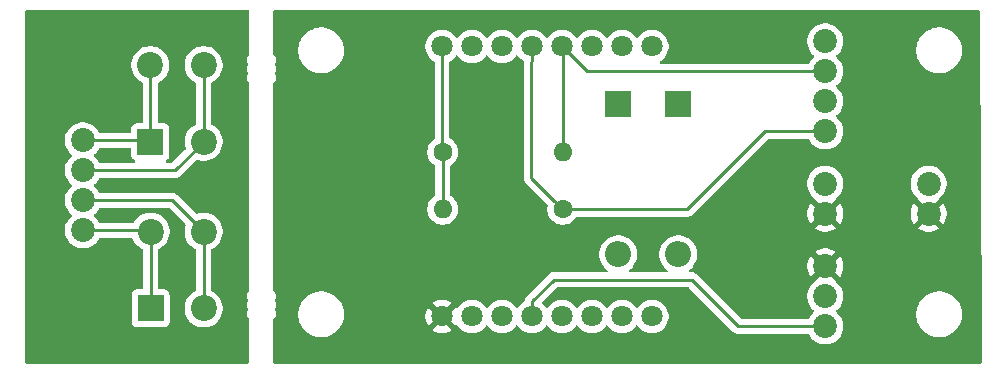
<source format=gbr>
G04 #@! TF.GenerationSoftware,KiCad,Pcbnew,9.0.1*
G04 #@! TF.CreationDate,2025-06-13T20:53:16+02:00*
G04 #@! TF.ProjectId,Hue_Ambience_clone,4875655f-416d-4626-9965-6e63655f636c,rev?*
G04 #@! TF.SameCoordinates,Original*
G04 #@! TF.FileFunction,Copper,L1,Top*
G04 #@! TF.FilePolarity,Positive*
%FSLAX46Y46*%
G04 Gerber Fmt 4.6, Leading zero omitted, Abs format (unit mm)*
G04 Created by KiCad (PCBNEW 9.0.1) date 2025-06-13 20:53:16*
%MOMM*%
%LPD*%
G01*
G04 APERTURE LIST*
G04 #@! TA.AperFunction,ComponentPad*
%ADD10C,1.800000*%
G04 #@! TD*
G04 #@! TA.AperFunction,ComponentPad*
%ADD11O,2.200000X2.200000*%
G04 #@! TD*
G04 #@! TA.AperFunction,ComponentPad*
%ADD12R,2.200000X2.200000*%
G04 #@! TD*
G04 #@! TA.AperFunction,ComponentPad*
%ADD13C,2.020000*%
G04 #@! TD*
G04 #@! TA.AperFunction,ComponentPad*
%ADD14O,1.600000X1.600000*%
G04 #@! TD*
G04 #@! TA.AperFunction,ComponentPad*
%ADD15C,1.600000*%
G04 #@! TD*
G04 #@! TA.AperFunction,ComponentPad*
%ADD16C,2.200000*%
G04 #@! TD*
G04 #@! TA.AperFunction,Conductor*
%ADD17C,0.250000*%
G04 #@! TD*
G04 APERTURE END LIST*
D10*
X125292001Y-83123025D03*
X125292001Y-105983025D03*
X127832001Y-83123025D03*
X127832001Y-105983025D03*
X130372001Y-83123025D03*
X130372001Y-105983025D03*
X132912001Y-83123025D03*
X132912001Y-105983025D03*
X135452001Y-83123025D03*
X135452001Y-105983025D03*
X137992001Y-83123025D03*
X137992001Y-105983025D03*
X140532001Y-83123025D03*
X140532001Y-105983025D03*
X143072001Y-83123025D03*
X143072001Y-105983025D03*
D11*
X140208000Y-100711000D03*
D12*
X140208000Y-88011000D03*
D13*
X157734000Y-94742000D03*
X157734000Y-97282000D03*
X157734000Y-106807000D03*
X157734000Y-104267000D03*
X157734000Y-101727000D03*
X157734000Y-82677000D03*
X157734000Y-85217000D03*
X157734000Y-87757000D03*
X157734000Y-90297000D03*
D14*
X125349000Y-96901000D03*
D15*
X135509000Y-96901000D03*
X125349000Y-92075000D03*
D14*
X135509000Y-92075000D03*
D13*
X94889000Y-98691700D03*
X94889000Y-96151700D03*
X94889000Y-93611700D03*
X94889000Y-91071700D03*
D16*
X105114401Y-105295700D03*
X105114401Y-98795700D03*
X100614401Y-98795700D03*
D12*
X100614401Y-105295700D03*
X100604000Y-91198700D03*
D16*
X100604000Y-84698700D03*
X105104000Y-84698700D03*
X105104000Y-91198700D03*
D11*
X145288000Y-100711000D03*
D12*
X145288000Y-88011000D03*
D13*
X166497000Y-94742000D03*
X166497000Y-97282000D03*
D17*
X127889000Y-105926026D02*
X127832001Y-105983025D01*
X132912001Y-104710233D02*
X134752234Y-102870000D01*
X132912001Y-105983025D02*
X132912001Y-104710233D01*
X134752234Y-102870000D02*
X146431000Y-102870000D01*
X150368000Y-106807000D02*
X157734000Y-106807000D01*
X146431000Y-102870000D02*
X150368000Y-106807000D01*
X135509000Y-83180024D02*
X135452001Y-83123025D01*
X135509000Y-92075000D02*
X135509000Y-83180024D01*
X135452001Y-83123025D02*
X137545976Y-85217000D01*
X137545976Y-85217000D02*
X157734000Y-85217000D01*
X132912001Y-84395817D02*
X132842000Y-84465818D01*
X132912001Y-83123025D02*
X132912001Y-84395817D01*
X134709001Y-96101001D02*
X135509000Y-96901000D01*
X132842000Y-94234000D02*
X134709001Y-96101001D01*
X132842000Y-84465818D02*
X132842000Y-94234000D01*
X135509000Y-96901000D02*
X146050000Y-96901000D01*
X152654000Y-90297000D02*
X157734000Y-90297000D01*
X146050000Y-96901000D02*
X152654000Y-90297000D01*
X125292001Y-92018001D02*
X125349000Y-92075000D01*
X125292001Y-83123025D02*
X125292001Y-92018001D01*
X125349000Y-93206370D02*
X125349000Y-96901000D01*
X125349000Y-92075000D02*
X125349000Y-93206370D01*
X100387202Y-98691700D02*
X100614401Y-98918899D01*
X100510401Y-98691700D02*
X100614401Y-98795700D01*
X94889000Y-98691700D02*
X100510401Y-98691700D01*
X100614401Y-100351334D02*
X100614401Y-105295700D01*
X100614401Y-98795700D02*
X100614401Y-100351334D01*
X102470401Y-96151700D02*
X105114401Y-98795700D01*
X94889000Y-96151700D02*
X102470401Y-96151700D01*
X105114401Y-100351334D02*
X105114401Y-105295700D01*
X105114401Y-98795700D02*
X105114401Y-100351334D01*
X105104000Y-84698700D02*
X105104000Y-91198700D01*
X102691000Y-93611700D02*
X105104000Y-91198700D01*
X94889000Y-93611700D02*
X102691000Y-93611700D01*
X100477000Y-91198700D02*
X100604000Y-91071700D01*
X100604000Y-86254334D02*
X100604000Y-91198700D01*
X100604000Y-84698700D02*
X100604000Y-86254334D01*
X100477000Y-91071700D02*
X100604000Y-91198700D01*
X94889000Y-91071700D02*
X100477000Y-91071700D01*
G04 #@! TA.AperFunction,NonConductor*
G36*
X108916621Y-80045502D02*
G01*
X108963114Y-80099158D01*
X108974500Y-80151500D01*
X108974500Y-82991715D01*
X108974500Y-83000000D01*
X108974500Y-83095027D01*
X108984038Y-83146050D01*
X108984204Y-83147022D01*
X108984110Y-83147824D01*
X108986000Y-83168223D01*
X108986000Y-83754127D01*
X108965998Y-83822248D01*
X108947372Y-83842507D01*
X108948525Y-83843660D01*
X108849505Y-83942679D01*
X108849497Y-83942689D01*
X108783610Y-84056809D01*
X108783608Y-84056814D01*
X108749500Y-84184108D01*
X108749500Y-84315892D01*
X108751148Y-84322042D01*
X108783607Y-84443183D01*
X108783610Y-84443190D01*
X108852205Y-84562000D01*
X108868943Y-84630996D01*
X108852205Y-84688000D01*
X108783610Y-84806809D01*
X108783608Y-84806814D01*
X108749500Y-84934108D01*
X108749500Y-85065892D01*
X108752038Y-85075363D01*
X108783607Y-85193183D01*
X108783610Y-85193190D01*
X108852205Y-85312000D01*
X108868943Y-85380996D01*
X108852205Y-85438000D01*
X108783610Y-85556809D01*
X108783608Y-85556814D01*
X108749500Y-85684108D01*
X108749500Y-85815892D01*
X108774467Y-85909073D01*
X108783607Y-85943183D01*
X108783610Y-85943190D01*
X108849497Y-86057310D01*
X108849505Y-86057320D01*
X108948525Y-86156340D01*
X108946088Y-86158776D01*
X108978554Y-86203198D01*
X108986000Y-86245872D01*
X108986000Y-86831776D01*
X108983855Y-86854928D01*
X108974500Y-86904974D01*
X108974500Y-103095029D01*
X108983855Y-103145071D01*
X108986000Y-103168223D01*
X108986000Y-103754127D01*
X108965998Y-103822248D01*
X108947372Y-103842507D01*
X108948525Y-103843660D01*
X108849505Y-103942679D01*
X108849497Y-103942689D01*
X108783610Y-104056809D01*
X108783607Y-104056816D01*
X108780394Y-104068809D01*
X108749500Y-104184108D01*
X108749500Y-104315892D01*
X108774467Y-104409073D01*
X108783607Y-104443183D01*
X108783610Y-104443190D01*
X108852205Y-104562000D01*
X108868943Y-104630996D01*
X108852205Y-104688000D01*
X108783610Y-104806809D01*
X108783608Y-104806814D01*
X108749500Y-104934108D01*
X108749500Y-105065892D01*
X108774467Y-105159073D01*
X108783607Y-105193183D01*
X108783610Y-105193190D01*
X108852205Y-105312000D01*
X108868943Y-105380996D01*
X108852205Y-105438000D01*
X108783610Y-105556809D01*
X108783608Y-105556814D01*
X108749500Y-105684108D01*
X108749500Y-105815892D01*
X108774467Y-105909073D01*
X108783607Y-105943183D01*
X108783610Y-105943190D01*
X108849497Y-106057310D01*
X108849505Y-106057320D01*
X108948525Y-106156340D01*
X108946088Y-106158776D01*
X108978554Y-106203198D01*
X108986000Y-106245872D01*
X108986000Y-106831776D01*
X108983855Y-106854928D01*
X108975862Y-106897690D01*
X108974500Y-106904974D01*
X108974500Y-109848500D01*
X108954498Y-109916621D01*
X108900842Y-109963114D01*
X108848500Y-109974500D01*
X90151500Y-109974500D01*
X90083379Y-109954498D01*
X90036886Y-109900842D01*
X90025500Y-109848500D01*
X90025500Y-90952191D01*
X93370500Y-90952191D01*
X93370500Y-91191209D01*
X93407890Y-91427283D01*
X93407891Y-91427288D01*
X93481748Y-91654597D01*
X93481750Y-91654602D01*
X93590262Y-91867568D01*
X93730753Y-92060937D01*
X93730755Y-92060939D01*
X93730757Y-92060942D01*
X93899756Y-92229941D01*
X93899759Y-92229943D01*
X93899763Y-92229947D01*
X93913277Y-92239765D01*
X93956629Y-92295987D01*
X93962704Y-92366723D01*
X93929572Y-92429515D01*
X93913281Y-92443630D01*
X93901035Y-92452528D01*
X93899756Y-92453458D01*
X93730757Y-92622457D01*
X93730755Y-92622460D01*
X93590264Y-92815828D01*
X93481751Y-93028796D01*
X93481748Y-93028802D01*
X93407891Y-93256111D01*
X93407890Y-93256116D01*
X93407890Y-93256117D01*
X93370500Y-93492191D01*
X93370500Y-93731209D01*
X93407890Y-93967283D01*
X93407891Y-93967288D01*
X93481748Y-94194597D01*
X93481750Y-94194602D01*
X93590262Y-94407568D01*
X93730753Y-94600937D01*
X93730755Y-94600939D01*
X93730757Y-94600942D01*
X93899756Y-94769941D01*
X93899759Y-94769943D01*
X93899763Y-94769947D01*
X93913277Y-94779765D01*
X93956629Y-94835987D01*
X93962704Y-94906723D01*
X93929572Y-94969515D01*
X93913281Y-94983630D01*
X93901035Y-94992528D01*
X93899756Y-94993458D01*
X93730757Y-95162457D01*
X93730755Y-95162460D01*
X93590264Y-95355828D01*
X93481751Y-95568796D01*
X93481748Y-95568802D01*
X93407891Y-95796111D01*
X93407890Y-95796116D01*
X93407890Y-95796117D01*
X93370500Y-96032191D01*
X93370500Y-96271209D01*
X93407890Y-96507283D01*
X93407891Y-96507288D01*
X93481748Y-96734597D01*
X93481750Y-96734602D01*
X93590262Y-96947568D01*
X93730753Y-97140937D01*
X93730755Y-97140939D01*
X93730757Y-97140942D01*
X93899756Y-97309941D01*
X93899759Y-97309943D01*
X93899763Y-97309947D01*
X93913277Y-97319765D01*
X93956629Y-97375987D01*
X93962704Y-97446723D01*
X93929572Y-97509515D01*
X93913281Y-97523630D01*
X93901035Y-97532528D01*
X93899756Y-97533458D01*
X93730757Y-97702457D01*
X93730755Y-97702460D01*
X93590264Y-97895828D01*
X93481751Y-98108796D01*
X93481748Y-98108802D01*
X93407891Y-98336111D01*
X93407890Y-98336116D01*
X93407890Y-98336117D01*
X93370500Y-98572191D01*
X93370500Y-98811209D01*
X93388093Y-98922288D01*
X93407891Y-99047288D01*
X93481748Y-99274597D01*
X93481750Y-99274602D01*
X93590262Y-99487568D01*
X93730753Y-99680937D01*
X93730755Y-99680939D01*
X93730757Y-99680942D01*
X93899757Y-99849942D01*
X93899760Y-99849944D01*
X93899763Y-99849947D01*
X94093132Y-99990438D01*
X94306098Y-100098950D01*
X94533411Y-100172808D01*
X94533412Y-100172808D01*
X94533417Y-100172810D01*
X94769491Y-100210200D01*
X94769494Y-100210200D01*
X95008506Y-100210200D01*
X95008509Y-100210200D01*
X95244583Y-100172810D01*
X95471902Y-100098950D01*
X95684868Y-99990438D01*
X95878237Y-99849947D01*
X96047247Y-99680937D01*
X96187738Y-99487568D01*
X96235415Y-99393996D01*
X96284164Y-99342382D01*
X96347682Y-99325200D01*
X99003624Y-99325200D01*
X99071745Y-99345202D01*
X99118238Y-99398858D01*
X99123453Y-99412253D01*
X99123745Y-99413150D01*
X99238688Y-99638738D01*
X99387506Y-99843568D01*
X99387508Y-99843570D01*
X99387510Y-99843573D01*
X99566527Y-100022590D01*
X99566530Y-100022592D01*
X99566533Y-100022595D01*
X99771363Y-100171413D01*
X99912104Y-100243124D01*
X99963719Y-100291873D01*
X99980901Y-100355391D01*
X99980901Y-103561200D01*
X99960899Y-103629321D01*
X99907243Y-103675814D01*
X99854901Y-103687200D01*
X99465751Y-103687200D01*
X99405204Y-103693709D01*
X99405196Y-103693711D01*
X99268198Y-103744810D01*
X99268193Y-103744812D01*
X99151139Y-103832438D01*
X99063513Y-103949492D01*
X99063511Y-103949497D01*
X99012412Y-104086495D01*
X99012410Y-104086503D01*
X99005901Y-104147050D01*
X99005901Y-106444349D01*
X99012410Y-106504896D01*
X99012412Y-106504904D01*
X99063511Y-106641902D01*
X99063513Y-106641907D01*
X99151139Y-106758961D01*
X99268193Y-106846587D01*
X99268195Y-106846588D01*
X99268197Y-106846589D01*
X99316470Y-106864594D01*
X99405196Y-106897688D01*
X99405204Y-106897690D01*
X99465751Y-106904199D01*
X99465756Y-106904199D01*
X99465763Y-106904200D01*
X99465769Y-106904200D01*
X101763033Y-106904200D01*
X101763039Y-106904200D01*
X101763046Y-106904199D01*
X101763050Y-106904199D01*
X101823597Y-106897690D01*
X101823600Y-106897689D01*
X101823602Y-106897689D01*
X101960605Y-106846589D01*
X102077662Y-106758961D01*
X102165290Y-106641904D01*
X102216390Y-106504901D01*
X102222901Y-106444338D01*
X102222901Y-104147062D01*
X102222900Y-104147050D01*
X102216391Y-104086503D01*
X102216389Y-104086495D01*
X102165290Y-103949497D01*
X102165288Y-103949492D01*
X102077662Y-103832438D01*
X101960608Y-103744812D01*
X101960603Y-103744810D01*
X101823605Y-103693711D01*
X101823597Y-103693709D01*
X101763050Y-103687200D01*
X101763039Y-103687200D01*
X101373901Y-103687200D01*
X101305780Y-103667198D01*
X101259287Y-103613542D01*
X101247901Y-103561200D01*
X101247901Y-100355391D01*
X101267903Y-100287270D01*
X101316698Y-100243124D01*
X101457439Y-100171413D01*
X101662269Y-100022595D01*
X101841296Y-99843568D01*
X101990114Y-99638738D01*
X102105057Y-99413150D01*
X102183295Y-99172358D01*
X102222901Y-98922292D01*
X102222901Y-98669108D01*
X102183295Y-98419042D01*
X102105057Y-98178250D01*
X101990114Y-97952662D01*
X101841296Y-97747832D01*
X101841293Y-97747829D01*
X101841291Y-97747826D01*
X101662274Y-97568809D01*
X101662271Y-97568807D01*
X101662269Y-97568805D01*
X101457439Y-97419987D01*
X101231851Y-97305044D01*
X101231848Y-97305043D01*
X101231846Y-97305042D01*
X100991064Y-97226807D01*
X100991060Y-97226806D01*
X100991059Y-97226806D01*
X100740993Y-97187200D01*
X100487809Y-97187200D01*
X100237743Y-97226806D01*
X100237737Y-97226807D01*
X99996955Y-97305042D01*
X99996949Y-97305045D01*
X99771359Y-97419989D01*
X99566530Y-97568807D01*
X99566527Y-97568809D01*
X99387510Y-97747826D01*
X99387508Y-97747829D01*
X99238690Y-97952658D01*
X99219968Y-97989403D01*
X99171220Y-98041018D01*
X99107701Y-98058200D01*
X96347682Y-98058200D01*
X96279561Y-98038198D01*
X96235415Y-97989403D01*
X96187736Y-97895829D01*
X96162499Y-97861094D01*
X96047247Y-97702463D01*
X96047244Y-97702460D01*
X96047242Y-97702457D01*
X95878243Y-97533458D01*
X95878239Y-97533455D01*
X95878237Y-97533453D01*
X95864723Y-97523635D01*
X95821371Y-97467416D01*
X95815294Y-97396680D01*
X95848425Y-97333888D01*
X95864716Y-97319770D01*
X95878237Y-97309947D01*
X96047247Y-97140937D01*
X96187738Y-96947568D01*
X96235415Y-96853996D01*
X96284164Y-96802382D01*
X96347682Y-96785200D01*
X102155807Y-96785200D01*
X102223928Y-96805202D01*
X102244902Y-96822105D01*
X103563580Y-98140784D01*
X103597606Y-98203096D01*
X103594318Y-98268815D01*
X103545508Y-98419036D01*
X103545507Y-98419041D01*
X103545507Y-98419042D01*
X103505901Y-98669108D01*
X103505901Y-98922292D01*
X103545507Y-99172358D01*
X103545508Y-99172363D01*
X103619101Y-99398858D01*
X103623745Y-99413150D01*
X103738688Y-99638738D01*
X103887506Y-99843568D01*
X103887508Y-99843570D01*
X103887510Y-99843573D01*
X104066527Y-100022590D01*
X104066530Y-100022592D01*
X104066533Y-100022595D01*
X104271363Y-100171413D01*
X104412104Y-100243124D01*
X104463719Y-100291873D01*
X104480901Y-100355391D01*
X104480901Y-103736008D01*
X104460899Y-103804129D01*
X104412105Y-103848274D01*
X104271362Y-103919987D01*
X104066530Y-104068807D01*
X104066527Y-104068809D01*
X103887510Y-104247826D01*
X103887508Y-104247829D01*
X103738690Y-104452658D01*
X103623746Y-104678248D01*
X103623743Y-104678254D01*
X103545508Y-104919036D01*
X103545507Y-104919041D01*
X103545507Y-104919042D01*
X103505901Y-105169108D01*
X103505901Y-105422292D01*
X103545507Y-105672358D01*
X103545508Y-105672363D01*
X103549325Y-105684109D01*
X103623745Y-105913150D01*
X103729868Y-106121427D01*
X103738690Y-106138741D01*
X103751477Y-106156340D01*
X103887506Y-106343568D01*
X103887508Y-106343570D01*
X103887510Y-106343573D01*
X104066527Y-106522590D01*
X104066530Y-106522592D01*
X104066533Y-106522595D01*
X104271363Y-106671413D01*
X104496951Y-106786356D01*
X104737743Y-106864594D01*
X104987809Y-106904200D01*
X104987812Y-106904200D01*
X105240990Y-106904200D01*
X105240993Y-106904200D01*
X105491059Y-106864594D01*
X105731851Y-106786356D01*
X105957439Y-106671413D01*
X106162269Y-106522595D01*
X106341296Y-106343568D01*
X106490114Y-106138738D01*
X106605057Y-105913150D01*
X106683295Y-105672358D01*
X106722901Y-105422292D01*
X106722901Y-105169108D01*
X106683295Y-104919042D01*
X106605057Y-104678250D01*
X106490114Y-104452662D01*
X106341296Y-104247832D01*
X106341293Y-104247829D01*
X106341291Y-104247826D01*
X106162274Y-104068809D01*
X106162271Y-104068807D01*
X106162269Y-104068805D01*
X105957439Y-103919987D01*
X105918843Y-103900321D01*
X105816697Y-103848274D01*
X105765082Y-103799526D01*
X105747901Y-103736008D01*
X105747901Y-100355391D01*
X105767903Y-100287270D01*
X105816698Y-100243124D01*
X105957439Y-100171413D01*
X106162269Y-100022595D01*
X106341296Y-99843568D01*
X106490114Y-99638738D01*
X106605057Y-99413150D01*
X106683295Y-99172358D01*
X106722901Y-98922292D01*
X106722901Y-98669108D01*
X106683295Y-98419042D01*
X106605057Y-98178250D01*
X106490114Y-97952662D01*
X106341296Y-97747832D01*
X106341293Y-97747829D01*
X106341291Y-97747826D01*
X106162274Y-97568809D01*
X106162271Y-97568807D01*
X106162269Y-97568805D01*
X105957439Y-97419987D01*
X105731851Y-97305044D01*
X105731848Y-97305043D01*
X105731846Y-97305042D01*
X105491064Y-97226807D01*
X105491060Y-97226806D01*
X105491059Y-97226806D01*
X105240993Y-97187200D01*
X104987809Y-97187200D01*
X104737743Y-97226806D01*
X104737737Y-97226807D01*
X104587516Y-97275617D01*
X104516548Y-97277644D01*
X104459485Y-97244879D01*
X102874236Y-95659631D01*
X102874234Y-95659629D01*
X102770476Y-95590300D01*
X102655186Y-95542545D01*
X102581487Y-95527885D01*
X102532797Y-95518200D01*
X102532795Y-95518200D01*
X96347682Y-95518200D01*
X96279561Y-95498198D01*
X96235415Y-95449403D01*
X96187736Y-95355829D01*
X96162499Y-95321094D01*
X96047247Y-95162463D01*
X96047244Y-95162460D01*
X96047242Y-95162457D01*
X95878243Y-94993458D01*
X95878239Y-94993455D01*
X95878237Y-94993453D01*
X95864723Y-94983635D01*
X95821371Y-94927416D01*
X95815294Y-94856680D01*
X95848425Y-94793888D01*
X95864716Y-94779770D01*
X95878237Y-94769947D01*
X96047247Y-94600937D01*
X96187738Y-94407568D01*
X96235415Y-94313996D01*
X96284164Y-94262382D01*
X96347682Y-94245200D01*
X102753393Y-94245200D01*
X102753394Y-94245200D01*
X102875785Y-94220855D01*
X102991075Y-94173100D01*
X103094833Y-94103771D01*
X104449086Y-92749516D01*
X104511395Y-92715494D01*
X104577110Y-92718780D01*
X104727342Y-92767594D01*
X104977408Y-92807200D01*
X104977411Y-92807200D01*
X105230589Y-92807200D01*
X105230592Y-92807200D01*
X105480658Y-92767594D01*
X105721450Y-92689356D01*
X105947038Y-92574413D01*
X106151868Y-92425595D01*
X106330895Y-92246568D01*
X106479713Y-92041738D01*
X106594656Y-91816150D01*
X106672894Y-91575358D01*
X106712500Y-91325292D01*
X106712500Y-91072108D01*
X106672894Y-90822042D01*
X106594656Y-90581250D01*
X106479713Y-90355662D01*
X106330895Y-90150832D01*
X106330892Y-90150829D01*
X106330890Y-90150826D01*
X106151873Y-89971809D01*
X106151870Y-89971807D01*
X106151868Y-89971805D01*
X105947038Y-89822987D01*
X105806296Y-89751274D01*
X105754681Y-89702526D01*
X105737500Y-89639008D01*
X105737500Y-86258391D01*
X105757502Y-86190270D01*
X105806297Y-86146124D01*
X105947038Y-86074413D01*
X106151868Y-85925595D01*
X106330895Y-85746568D01*
X106479713Y-85541738D01*
X106594656Y-85316150D01*
X106672894Y-85075358D01*
X106712500Y-84825292D01*
X106712500Y-84572108D01*
X106672894Y-84322042D01*
X106594656Y-84081250D01*
X106479713Y-83855662D01*
X106330895Y-83650832D01*
X106330892Y-83650829D01*
X106330890Y-83650826D01*
X106151873Y-83471809D01*
X106151870Y-83471807D01*
X106151868Y-83471805D01*
X105947038Y-83322987D01*
X105721450Y-83208044D01*
X105721447Y-83208043D01*
X105721445Y-83208042D01*
X105480663Y-83129807D01*
X105480659Y-83129806D01*
X105480658Y-83129806D01*
X105230592Y-83090200D01*
X104977408Y-83090200D01*
X104727342Y-83129806D01*
X104727336Y-83129807D01*
X104486554Y-83208042D01*
X104486548Y-83208045D01*
X104260958Y-83322989D01*
X104056129Y-83471807D01*
X104056126Y-83471809D01*
X103877109Y-83650826D01*
X103877107Y-83650829D01*
X103728289Y-83855658D01*
X103613345Y-84081248D01*
X103613342Y-84081254D01*
X103535107Y-84322036D01*
X103535106Y-84322041D01*
X103535106Y-84322042D01*
X103495500Y-84572108D01*
X103495500Y-84825292D01*
X103533607Y-85065892D01*
X103535107Y-85075363D01*
X103613342Y-85316145D01*
X103613344Y-85316150D01*
X103728287Y-85541738D01*
X103877105Y-85746568D01*
X103877107Y-85746570D01*
X103877109Y-85746573D01*
X104056126Y-85925590D01*
X104056129Y-85925592D01*
X104056132Y-85925595D01*
X104260962Y-86074413D01*
X104401703Y-86146124D01*
X104453318Y-86194873D01*
X104470500Y-86258391D01*
X104470500Y-89639008D01*
X104450498Y-89707129D01*
X104401704Y-89751274D01*
X104260961Y-89822987D01*
X104056129Y-89971807D01*
X104056126Y-89971809D01*
X103877109Y-90150826D01*
X103877107Y-90150829D01*
X103728289Y-90355658D01*
X103613345Y-90581248D01*
X103613342Y-90581254D01*
X103535107Y-90822036D01*
X103535106Y-90822041D01*
X103535106Y-90822042D01*
X103495500Y-91072108D01*
X103495500Y-91325292D01*
X103535106Y-91575358D01*
X103535107Y-91575363D01*
X103583917Y-91725584D01*
X103585944Y-91796552D01*
X103553179Y-91853615D01*
X102465499Y-92941296D01*
X102403189Y-92975320D01*
X102376406Y-92978200D01*
X102023385Y-92978200D01*
X101955264Y-92958198D01*
X101908771Y-92904542D01*
X101898667Y-92834268D01*
X101928161Y-92769688D01*
X101947876Y-92751332D01*
X102067261Y-92661961D01*
X102154887Y-92544907D01*
X102154887Y-92544906D01*
X102154889Y-92544904D01*
X102205989Y-92407901D01*
X102208192Y-92387416D01*
X102212499Y-92347349D01*
X102212500Y-92347332D01*
X102212500Y-90050067D01*
X102212499Y-90050050D01*
X102205990Y-89989503D01*
X102205988Y-89989495D01*
X102154889Y-89852497D01*
X102154887Y-89852492D01*
X102067261Y-89735438D01*
X101950207Y-89647812D01*
X101950202Y-89647810D01*
X101813204Y-89596711D01*
X101813196Y-89596709D01*
X101752649Y-89590200D01*
X101752638Y-89590200D01*
X101363500Y-89590200D01*
X101295379Y-89570198D01*
X101248886Y-89516542D01*
X101237500Y-89464200D01*
X101237500Y-86258391D01*
X101257502Y-86190270D01*
X101306297Y-86146124D01*
X101447038Y-86074413D01*
X101651868Y-85925595D01*
X101830895Y-85746568D01*
X101979713Y-85541738D01*
X102094656Y-85316150D01*
X102172894Y-85075358D01*
X102212500Y-84825292D01*
X102212500Y-84572108D01*
X102172894Y-84322042D01*
X102094656Y-84081250D01*
X101979713Y-83855662D01*
X101830895Y-83650832D01*
X101830892Y-83650829D01*
X101830890Y-83650826D01*
X101651873Y-83471809D01*
X101651870Y-83471807D01*
X101651868Y-83471805D01*
X101447038Y-83322987D01*
X101221450Y-83208044D01*
X101221447Y-83208043D01*
X101221445Y-83208042D01*
X100980663Y-83129807D01*
X100980659Y-83129806D01*
X100980658Y-83129806D01*
X100730592Y-83090200D01*
X100477408Y-83090200D01*
X100227342Y-83129806D01*
X100227336Y-83129807D01*
X99986554Y-83208042D01*
X99986548Y-83208045D01*
X99760958Y-83322989D01*
X99556129Y-83471807D01*
X99556126Y-83471809D01*
X99377109Y-83650826D01*
X99377107Y-83650829D01*
X99228289Y-83855658D01*
X99113345Y-84081248D01*
X99113342Y-84081254D01*
X99035107Y-84322036D01*
X99035106Y-84322041D01*
X99035106Y-84322042D01*
X98995500Y-84572108D01*
X98995500Y-84825292D01*
X99033607Y-85065892D01*
X99035107Y-85075363D01*
X99113342Y-85316145D01*
X99113344Y-85316150D01*
X99228287Y-85541738D01*
X99377105Y-85746568D01*
X99377107Y-85746570D01*
X99377109Y-85746573D01*
X99556126Y-85925590D01*
X99556129Y-85925592D01*
X99556132Y-85925595D01*
X99760962Y-86074413D01*
X99901703Y-86146124D01*
X99953318Y-86194873D01*
X99970500Y-86258391D01*
X99970500Y-89464200D01*
X99950498Y-89532321D01*
X99896842Y-89578814D01*
X99844500Y-89590200D01*
X99455350Y-89590200D01*
X99394803Y-89596709D01*
X99394795Y-89596711D01*
X99257797Y-89647810D01*
X99257792Y-89647812D01*
X99140738Y-89735438D01*
X99053112Y-89852492D01*
X99053110Y-89852497D01*
X99002011Y-89989495D01*
X99002009Y-89989503D01*
X98995500Y-90050050D01*
X98995500Y-90312200D01*
X98975498Y-90380321D01*
X98921842Y-90426814D01*
X98869500Y-90438200D01*
X96347682Y-90438200D01*
X96279561Y-90418198D01*
X96235415Y-90369403D01*
X96228414Y-90355662D01*
X96187738Y-90275832D01*
X96047247Y-90082463D01*
X96047244Y-90082460D01*
X96047242Y-90082457D01*
X95878242Y-89913457D01*
X95878239Y-89913455D01*
X95878237Y-89913453D01*
X95684868Y-89772962D01*
X95471902Y-89664450D01*
X95471899Y-89664449D01*
X95471897Y-89664448D01*
X95244586Y-89590591D01*
X95244590Y-89590591D01*
X95170231Y-89578814D01*
X95008509Y-89553200D01*
X94769491Y-89553200D01*
X94533417Y-89590590D01*
X94533411Y-89590591D01*
X94306102Y-89664448D01*
X94306096Y-89664451D01*
X94093128Y-89772964D01*
X93899760Y-89913455D01*
X93899757Y-89913457D01*
X93730757Y-90082457D01*
X93730755Y-90082460D01*
X93590264Y-90275828D01*
X93481751Y-90488796D01*
X93481748Y-90488802D01*
X93407891Y-90716111D01*
X93407890Y-90716116D01*
X93407890Y-90716117D01*
X93370500Y-90952191D01*
X90025500Y-90952191D01*
X90025500Y-80151500D01*
X90045502Y-80083379D01*
X90099158Y-80036886D01*
X90151500Y-80025500D01*
X108848500Y-80025500D01*
X108916621Y-80045502D01*
G37*
G04 #@! TD.AperFunction*
G04 #@! TA.AperFunction,NonConductor*
G36*
X98937621Y-91725202D02*
G01*
X98984114Y-91778858D01*
X98995500Y-91831200D01*
X98995500Y-92347349D01*
X99002009Y-92407896D01*
X99002011Y-92407904D01*
X99053110Y-92544902D01*
X99053112Y-92544907D01*
X99140738Y-92661961D01*
X99260124Y-92751332D01*
X99302671Y-92808168D01*
X99307735Y-92878983D01*
X99273710Y-92941296D01*
X99211398Y-92975321D01*
X99184615Y-92978200D01*
X96347682Y-92978200D01*
X96279561Y-92958198D01*
X96235415Y-92909403D01*
X96219915Y-92878983D01*
X96187738Y-92815832D01*
X96181466Y-92807200D01*
X96152691Y-92767594D01*
X96047247Y-92622463D01*
X96047244Y-92622460D01*
X96047242Y-92622457D01*
X95878243Y-92453458D01*
X95878239Y-92453455D01*
X95878237Y-92453453D01*
X95864723Y-92443635D01*
X95821371Y-92387416D01*
X95815294Y-92316680D01*
X95848425Y-92253888D01*
X95864716Y-92239770D01*
X95878237Y-92229947D01*
X96047247Y-92060937D01*
X96187738Y-91867568D01*
X96235415Y-91773996D01*
X96284164Y-91722382D01*
X96347682Y-91705200D01*
X98869500Y-91705200D01*
X98937621Y-91725202D01*
G37*
G04 #@! TD.AperFunction*
G04 #@! TA.AperFunction,Conductor*
G36*
X170757991Y-80045502D02*
G01*
X170804484Y-80099158D01*
X170815868Y-80150723D01*
X170913023Y-95900247D01*
X170973186Y-105653314D01*
X170974498Y-105865918D01*
X170974500Y-105866695D01*
X170974500Y-109848500D01*
X170954498Y-109916621D01*
X170900842Y-109963114D01*
X170848500Y-109974500D01*
X111151500Y-109974500D01*
X111083379Y-109954498D01*
X111036886Y-109900842D01*
X111025500Y-109848500D01*
X111025500Y-106904977D01*
X111025500Y-106904973D01*
X111007724Y-106809884D01*
X111000145Y-106769337D01*
X110998000Y-106746185D01*
X110998000Y-106257491D01*
X111018002Y-106189370D01*
X111051917Y-106157032D01*
X111050762Y-106155527D01*
X111057306Y-106150504D01*
X111057314Y-106150500D01*
X111150500Y-106057314D01*
X111216392Y-105943186D01*
X111250500Y-105815892D01*
X111250500Y-105684108D01*
X111245163Y-105664188D01*
X113127271Y-105664188D01*
X113127271Y-105917811D01*
X113160373Y-106169249D01*
X113160374Y-106169255D01*
X113160375Y-106169257D01*
X113226016Y-106414233D01*
X113323071Y-106648545D01*
X113323072Y-106648546D01*
X113323077Y-106648556D01*
X113449877Y-106868180D01*
X113449882Y-106868187D01*
X113604265Y-107069383D01*
X113604284Y-107069404D01*
X113783595Y-107248715D01*
X113783616Y-107248734D01*
X113969705Y-107391525D01*
X113984816Y-107403120D01*
X114204455Y-107529929D01*
X114438767Y-107626984D01*
X114683743Y-107692625D01*
X114683749Y-107692625D01*
X114683750Y-107692626D01*
X114712601Y-107696424D01*
X114935191Y-107725729D01*
X114935198Y-107725729D01*
X115188802Y-107725729D01*
X115188809Y-107725729D01*
X115440257Y-107692625D01*
X115685233Y-107626984D01*
X115919545Y-107529929D01*
X116139184Y-107403120D01*
X116340392Y-107248727D01*
X116519727Y-107069392D01*
X116674120Y-106868184D01*
X116800929Y-106648545D01*
X116897984Y-106414233D01*
X116963625Y-106169257D01*
X116996729Y-105917809D01*
X116996729Y-105872216D01*
X123884001Y-105872216D01*
X123884001Y-106093833D01*
X123918671Y-106312735D01*
X123987156Y-106523508D01*
X123987157Y-106523510D01*
X124087771Y-106720977D01*
X124132825Y-106782988D01*
X124801310Y-106114503D01*
X124818620Y-106179106D01*
X124885499Y-106294945D01*
X124980081Y-106389527D01*
X125095920Y-106456406D01*
X125160519Y-106473715D01*
X124492036Y-107142198D01*
X124492036Y-107142199D01*
X124554048Y-107187254D01*
X124751515Y-107287868D01*
X124751517Y-107287869D01*
X124962290Y-107356354D01*
X125181192Y-107391025D01*
X125402810Y-107391025D01*
X125621711Y-107356354D01*
X125832484Y-107287869D01*
X125832486Y-107287868D01*
X126029955Y-107187253D01*
X126029957Y-107187252D01*
X126091964Y-107142200D01*
X126091965Y-107142199D01*
X125423481Y-106473715D01*
X125488082Y-106456406D01*
X125603921Y-106389527D01*
X125698503Y-106294945D01*
X125765382Y-106179106D01*
X125782691Y-106114504D01*
X126451175Y-106782988D01*
X126459755Y-106771180D01*
X126515977Y-106727826D01*
X126586714Y-106721751D01*
X126649505Y-106754883D01*
X126663626Y-106771178D01*
X126757658Y-106900601D01*
X126757660Y-106900603D01*
X126757663Y-106900607D01*
X126914422Y-107057366D01*
X126930991Y-107069404D01*
X127093786Y-107187682D01*
X127291325Y-107288333D01*
X127502177Y-107356843D01*
X127721150Y-107391525D01*
X127721153Y-107391525D01*
X127942849Y-107391525D01*
X127942852Y-107391525D01*
X128161825Y-107356843D01*
X128372677Y-107288333D01*
X128570216Y-107187682D01*
X128749577Y-107057368D01*
X128906344Y-106900601D01*
X129000066Y-106771604D01*
X129056287Y-106728251D01*
X129127023Y-106722176D01*
X129189815Y-106755307D01*
X129203933Y-106771601D01*
X129297658Y-106900601D01*
X129297660Y-106900603D01*
X129297662Y-106900606D01*
X129454422Y-107057366D01*
X129470991Y-107069404D01*
X129633786Y-107187682D01*
X129831325Y-107288333D01*
X130042177Y-107356843D01*
X130261150Y-107391525D01*
X130261153Y-107391525D01*
X130482849Y-107391525D01*
X130482852Y-107391525D01*
X130701825Y-107356843D01*
X130912677Y-107288333D01*
X131110216Y-107187682D01*
X131289577Y-107057368D01*
X131446344Y-106900601D01*
X131540066Y-106771604D01*
X131596287Y-106728251D01*
X131667023Y-106722176D01*
X131729815Y-106755307D01*
X131743933Y-106771601D01*
X131837658Y-106900601D01*
X131837660Y-106900603D01*
X131837662Y-106900606D01*
X131994422Y-107057366D01*
X132010991Y-107069404D01*
X132173786Y-107187682D01*
X132371325Y-107288333D01*
X132582177Y-107356843D01*
X132801150Y-107391525D01*
X132801153Y-107391525D01*
X133022849Y-107391525D01*
X133022852Y-107391525D01*
X133241825Y-107356843D01*
X133452677Y-107288333D01*
X133650216Y-107187682D01*
X133829577Y-107057368D01*
X133986344Y-106900601D01*
X134080066Y-106771604D01*
X134136287Y-106728251D01*
X134207023Y-106722176D01*
X134269815Y-106755307D01*
X134283933Y-106771601D01*
X134377658Y-106900601D01*
X134377660Y-106900603D01*
X134377662Y-106900606D01*
X134534422Y-107057366D01*
X134550991Y-107069404D01*
X134713786Y-107187682D01*
X134911325Y-107288333D01*
X135122177Y-107356843D01*
X135341150Y-107391525D01*
X135341153Y-107391525D01*
X135562849Y-107391525D01*
X135562852Y-107391525D01*
X135781825Y-107356843D01*
X135992677Y-107288333D01*
X136190216Y-107187682D01*
X136369577Y-107057368D01*
X136526344Y-106900601D01*
X136620066Y-106771604D01*
X136676287Y-106728251D01*
X136747023Y-106722176D01*
X136809815Y-106755307D01*
X136823933Y-106771601D01*
X136917658Y-106900601D01*
X136917660Y-106900603D01*
X136917662Y-106900606D01*
X137074422Y-107057366D01*
X137090991Y-107069404D01*
X137253786Y-107187682D01*
X137451325Y-107288333D01*
X137662177Y-107356843D01*
X137881150Y-107391525D01*
X137881153Y-107391525D01*
X138102849Y-107391525D01*
X138102852Y-107391525D01*
X138321825Y-107356843D01*
X138532677Y-107288333D01*
X138730216Y-107187682D01*
X138909577Y-107057368D01*
X139066344Y-106900601D01*
X139160066Y-106771604D01*
X139216287Y-106728251D01*
X139287023Y-106722176D01*
X139349815Y-106755307D01*
X139363933Y-106771601D01*
X139457658Y-106900601D01*
X139457660Y-106900603D01*
X139457662Y-106900606D01*
X139614422Y-107057366D01*
X139630991Y-107069404D01*
X139793786Y-107187682D01*
X139991325Y-107288333D01*
X140202177Y-107356843D01*
X140421150Y-107391525D01*
X140421153Y-107391525D01*
X140642849Y-107391525D01*
X140642852Y-107391525D01*
X140861825Y-107356843D01*
X141072677Y-107288333D01*
X141270216Y-107187682D01*
X141449577Y-107057368D01*
X141606344Y-106900601D01*
X141700066Y-106771604D01*
X141756287Y-106728251D01*
X141827023Y-106722176D01*
X141889815Y-106755307D01*
X141903933Y-106771601D01*
X141997658Y-106900601D01*
X141997660Y-106900603D01*
X141997662Y-106900606D01*
X142154422Y-107057366D01*
X142170991Y-107069404D01*
X142333786Y-107187682D01*
X142531325Y-107288333D01*
X142742177Y-107356843D01*
X142961150Y-107391525D01*
X142961153Y-107391525D01*
X143182849Y-107391525D01*
X143182852Y-107391525D01*
X143401825Y-107356843D01*
X143612677Y-107288333D01*
X143810216Y-107187682D01*
X143989577Y-107057368D01*
X144146344Y-106900601D01*
X144276658Y-106721240D01*
X144377309Y-106523701D01*
X144445819Y-106312849D01*
X144480501Y-106093876D01*
X144480501Y-105872174D01*
X144445819Y-105653201D01*
X144377309Y-105442349D01*
X144276658Y-105244810D01*
X144146666Y-105065892D01*
X144146342Y-105065446D01*
X143989579Y-104908683D01*
X143810219Y-104778370D01*
X143810218Y-104778369D01*
X143810216Y-104778368D01*
X143612677Y-104677717D01*
X143612674Y-104677716D01*
X143612672Y-104677715D01*
X143401830Y-104609208D01*
X143401826Y-104609207D01*
X143401825Y-104609207D01*
X143182852Y-104574525D01*
X142961150Y-104574525D01*
X142742177Y-104609207D01*
X142742171Y-104609208D01*
X142531329Y-104677715D01*
X142531323Y-104677718D01*
X142333782Y-104778370D01*
X142154422Y-104908683D01*
X141997659Y-105065446D01*
X141903937Y-105194444D01*
X141847714Y-105237798D01*
X141776978Y-105243873D01*
X141714186Y-105210741D01*
X141700065Y-105194444D01*
X141606342Y-105065446D01*
X141449579Y-104908683D01*
X141270219Y-104778370D01*
X141270218Y-104778369D01*
X141270216Y-104778368D01*
X141072677Y-104677717D01*
X141072674Y-104677716D01*
X141072672Y-104677715D01*
X140861830Y-104609208D01*
X140861826Y-104609207D01*
X140861825Y-104609207D01*
X140642852Y-104574525D01*
X140421150Y-104574525D01*
X140202177Y-104609207D01*
X140202171Y-104609208D01*
X139991329Y-104677715D01*
X139991323Y-104677718D01*
X139793782Y-104778370D01*
X139614422Y-104908683D01*
X139457659Y-105065446D01*
X139363937Y-105194444D01*
X139307714Y-105237798D01*
X139236978Y-105243873D01*
X139174186Y-105210741D01*
X139160065Y-105194444D01*
X139066342Y-105065446D01*
X138909579Y-104908683D01*
X138730219Y-104778370D01*
X138730218Y-104778369D01*
X138730216Y-104778368D01*
X138532677Y-104677717D01*
X138532674Y-104677716D01*
X138532672Y-104677715D01*
X138321830Y-104609208D01*
X138321826Y-104609207D01*
X138321825Y-104609207D01*
X138102852Y-104574525D01*
X137881150Y-104574525D01*
X137662177Y-104609207D01*
X137662171Y-104609208D01*
X137451329Y-104677715D01*
X137451323Y-104677718D01*
X137253782Y-104778370D01*
X137074422Y-104908683D01*
X136917659Y-105065446D01*
X136823937Y-105194444D01*
X136767714Y-105237798D01*
X136696978Y-105243873D01*
X136634186Y-105210741D01*
X136620065Y-105194444D01*
X136526342Y-105065446D01*
X136369579Y-104908683D01*
X136190219Y-104778370D01*
X136190218Y-104778369D01*
X136190216Y-104778368D01*
X135992677Y-104677717D01*
X135992674Y-104677716D01*
X135992672Y-104677715D01*
X135781830Y-104609208D01*
X135781826Y-104609207D01*
X135781825Y-104609207D01*
X135562852Y-104574525D01*
X135341150Y-104574525D01*
X135122177Y-104609207D01*
X135122171Y-104609208D01*
X134911329Y-104677715D01*
X134911323Y-104677718D01*
X134713782Y-104778370D01*
X134534422Y-104908683D01*
X134377659Y-105065446D01*
X134283937Y-105194444D01*
X134227714Y-105237798D01*
X134156978Y-105243873D01*
X134094186Y-105210741D01*
X134080065Y-105194444D01*
X133986342Y-105065446D01*
X133829577Y-104908681D01*
X133821431Y-104902763D01*
X133778079Y-104846539D01*
X133772007Y-104775803D01*
X133805141Y-104713013D01*
X133806263Y-104711873D01*
X134977735Y-103540402D01*
X135040045Y-103506379D01*
X135066828Y-103503500D01*
X146116406Y-103503500D01*
X146184527Y-103523502D01*
X146205501Y-103540405D01*
X149964161Y-107299067D01*
X149964167Y-107299072D01*
X150067925Y-107368401D01*
X150183215Y-107416155D01*
X150305606Y-107440500D01*
X150430394Y-107440500D01*
X156275318Y-107440500D01*
X156343439Y-107460502D01*
X156387585Y-107509297D01*
X156435263Y-107602870D01*
X156452783Y-107626984D01*
X156575753Y-107796237D01*
X156575755Y-107796239D01*
X156575757Y-107796242D01*
X156744757Y-107965242D01*
X156744760Y-107965244D01*
X156744763Y-107965247D01*
X156938132Y-108105738D01*
X157151098Y-108214250D01*
X157378411Y-108288108D01*
X157378412Y-108288108D01*
X157378417Y-108288110D01*
X157614491Y-108325500D01*
X157614494Y-108325500D01*
X157853506Y-108325500D01*
X157853509Y-108325500D01*
X158089583Y-108288110D01*
X158316902Y-108214250D01*
X158529868Y-108105738D01*
X158723237Y-107965247D01*
X158892247Y-107796237D01*
X159032738Y-107602868D01*
X159141250Y-107389902D01*
X159215110Y-107162583D01*
X159252500Y-106926509D01*
X159252500Y-106687491D01*
X159215110Y-106451417D01*
X159141250Y-106224098D01*
X159032738Y-106011132D01*
X158892247Y-105817763D01*
X158892244Y-105817760D01*
X158892242Y-105817757D01*
X158824701Y-105750216D01*
X158824679Y-105750195D01*
X158738672Y-105664188D01*
X165451271Y-105664188D01*
X165451271Y-105917811D01*
X165484373Y-106169249D01*
X165484374Y-106169255D01*
X165484375Y-106169257D01*
X165550016Y-106414233D01*
X165647071Y-106648545D01*
X165647072Y-106648546D01*
X165647077Y-106648556D01*
X165773877Y-106868180D01*
X165773882Y-106868187D01*
X165928265Y-107069383D01*
X165928284Y-107069404D01*
X166107595Y-107248715D01*
X166107616Y-107248734D01*
X166293705Y-107391525D01*
X166308816Y-107403120D01*
X166528455Y-107529929D01*
X166762767Y-107626984D01*
X167007743Y-107692625D01*
X167007749Y-107692625D01*
X167007750Y-107692626D01*
X167036601Y-107696424D01*
X167259191Y-107725729D01*
X167259198Y-107725729D01*
X167512802Y-107725729D01*
X167512809Y-107725729D01*
X167764257Y-107692625D01*
X168009233Y-107626984D01*
X168243545Y-107529929D01*
X168463184Y-107403120D01*
X168664392Y-107248727D01*
X168843727Y-107069392D01*
X168998120Y-106868184D01*
X169124929Y-106648545D01*
X169221984Y-106414233D01*
X169287625Y-106169257D01*
X169320729Y-105917809D01*
X169320729Y-105664191D01*
X169287625Y-105412743D01*
X169221984Y-105167767D01*
X169124929Y-104933455D01*
X169035636Y-104778795D01*
X168998122Y-104713819D01*
X168998117Y-104713812D01*
X168843734Y-104512616D01*
X168843715Y-104512595D01*
X168664404Y-104333284D01*
X168664383Y-104333265D01*
X168463187Y-104178882D01*
X168463180Y-104178877D01*
X168243556Y-104052077D01*
X168243551Y-104052074D01*
X168243545Y-104052071D01*
X168009233Y-103955016D01*
X167764257Y-103889375D01*
X167764255Y-103889374D01*
X167764249Y-103889373D01*
X167512811Y-103856271D01*
X167512809Y-103856271D01*
X167259191Y-103856271D01*
X167259188Y-103856271D01*
X167007750Y-103889373D01*
X166925503Y-103911411D01*
X166762767Y-103955016D01*
X166624334Y-104012357D01*
X166528453Y-104052072D01*
X166528443Y-104052077D01*
X166308819Y-104178877D01*
X166308812Y-104178882D01*
X166107616Y-104333265D01*
X166107595Y-104333284D01*
X165928284Y-104512595D01*
X165928265Y-104512616D01*
X165773882Y-104713812D01*
X165773877Y-104713819D01*
X165647077Y-104933443D01*
X165647072Y-104933453D01*
X165647071Y-104933455D01*
X165593465Y-105062871D01*
X165550016Y-105167767D01*
X165484373Y-105412750D01*
X165451271Y-105664188D01*
X158738672Y-105664188D01*
X158723237Y-105648753D01*
X158702896Y-105633974D01*
X158696796Y-105628153D01*
X158683105Y-105604417D01*
X158666371Y-105582716D01*
X158665632Y-105574123D01*
X158661324Y-105566653D01*
X158662639Y-105539283D01*
X158660294Y-105511980D01*
X158664318Y-105504351D01*
X158664733Y-105495738D01*
X158680637Y-105473423D01*
X158693425Y-105449188D01*
X158705159Y-105439019D01*
X158705940Y-105437924D01*
X158706837Y-105437565D01*
X158709716Y-105435070D01*
X158723237Y-105425247D01*
X158892247Y-105256237D01*
X159032738Y-105062868D01*
X159141250Y-104849902D01*
X159215110Y-104622583D01*
X159252500Y-104386509D01*
X159252500Y-104147491D01*
X159215110Y-103911417D01*
X159141250Y-103684098D01*
X159032738Y-103471132D01*
X158892247Y-103277763D01*
X158892244Y-103277760D01*
X158892242Y-103277757D01*
X158723243Y-103108758D01*
X158723239Y-103108755D01*
X158723237Y-103108753D01*
X158665071Y-103066493D01*
X158621719Y-103010271D01*
X158615435Y-102967644D01*
X157867114Y-102219323D01*
X157930853Y-102202245D01*
X158047147Y-102135102D01*
X158142102Y-102040147D01*
X158209245Y-101923853D01*
X158226323Y-101860114D01*
X158971924Y-102605715D01*
X158971926Y-102605715D01*
X159032308Y-102522607D01*
X159140784Y-102309711D01*
X159140787Y-102309705D01*
X159214620Y-102082471D01*
X159252000Y-101846465D01*
X159252000Y-101607534D01*
X159214620Y-101371528D01*
X159140787Y-101144294D01*
X159140784Y-101144288D01*
X159032307Y-100931391D01*
X158971926Y-100848283D01*
X158971925Y-100848283D01*
X158226323Y-101593885D01*
X158209245Y-101530147D01*
X158142102Y-101413853D01*
X158047147Y-101318898D01*
X157930853Y-101251755D01*
X157867113Y-101234676D01*
X158612715Y-100489073D01*
X158529604Y-100428690D01*
X158529603Y-100428689D01*
X158316711Y-100320215D01*
X158316705Y-100320212D01*
X158089471Y-100246379D01*
X157853466Y-100209000D01*
X157614534Y-100209000D01*
X157378528Y-100246379D01*
X157151294Y-100320212D01*
X157151288Y-100320215D01*
X156938391Y-100428692D01*
X156855283Y-100489072D01*
X156855283Y-100489074D01*
X157600885Y-101234676D01*
X157537147Y-101251755D01*
X157420853Y-101318898D01*
X157325898Y-101413853D01*
X157258755Y-101530147D01*
X157241676Y-101593885D01*
X156496074Y-100848283D01*
X156496072Y-100848283D01*
X156435692Y-100931391D01*
X156327215Y-101144288D01*
X156327212Y-101144294D01*
X156253379Y-101371528D01*
X156216000Y-101607534D01*
X156216000Y-101846465D01*
X156253379Y-102082471D01*
X156327212Y-102309705D01*
X156327215Y-102309711D01*
X156435689Y-102522603D01*
X156435690Y-102522604D01*
X156496073Y-102605715D01*
X157241676Y-101860112D01*
X157258755Y-101923853D01*
X157325898Y-102040147D01*
X157420853Y-102135102D01*
X157537147Y-102202245D01*
X157600886Y-102219323D01*
X156851534Y-102968674D01*
X156839879Y-103024154D01*
X156802926Y-103066494D01*
X156744763Y-103108752D01*
X156744757Y-103108757D01*
X156575757Y-103277757D01*
X156575755Y-103277760D01*
X156435264Y-103471128D01*
X156326751Y-103684096D01*
X156326748Y-103684102D01*
X156252891Y-103911411D01*
X156252890Y-103911416D01*
X156252890Y-103911417D01*
X156215500Y-104147491D01*
X156215500Y-104386509D01*
X156252890Y-104622583D01*
X156252891Y-104622588D01*
X156318285Y-104823849D01*
X156326750Y-104849902D01*
X156435262Y-105062868D01*
X156435264Y-105062871D01*
X156437459Y-105065892D01*
X156575753Y-105256237D01*
X156575755Y-105256239D01*
X156575757Y-105256242D01*
X156744756Y-105425241D01*
X156744759Y-105425243D01*
X156744763Y-105425247D01*
X156758277Y-105435065D01*
X156801629Y-105491287D01*
X156807704Y-105562023D01*
X156774572Y-105624815D01*
X156758281Y-105638930D01*
X156746035Y-105647828D01*
X156744756Y-105648758D01*
X156575757Y-105817757D01*
X156575755Y-105817760D01*
X156435263Y-106011129D01*
X156387585Y-106104703D01*
X156338836Y-106156318D01*
X156275318Y-106173500D01*
X150682595Y-106173500D01*
X150614474Y-106153498D01*
X150593500Y-106136595D01*
X146834835Y-102377931D01*
X146834833Y-102377929D01*
X146731075Y-102308600D01*
X146615785Y-102260845D01*
X146542086Y-102246185D01*
X146493396Y-102236500D01*
X146493394Y-102236500D01*
X146312662Y-102236500D01*
X146244541Y-102216498D01*
X146198048Y-102162842D01*
X146187944Y-102092568D01*
X146217438Y-102027988D01*
X146238601Y-102008564D01*
X146268974Y-101986496D01*
X146335868Y-101937895D01*
X146514895Y-101758868D01*
X146663713Y-101554038D01*
X146778656Y-101328450D01*
X146856894Y-101087658D01*
X146896500Y-100837592D01*
X146896500Y-100584408D01*
X146856894Y-100334342D01*
X146778656Y-100093550D01*
X146663713Y-99867962D01*
X146514895Y-99663132D01*
X146514892Y-99663129D01*
X146514890Y-99663126D01*
X146335873Y-99484109D01*
X146335870Y-99484107D01*
X146335868Y-99484105D01*
X146131038Y-99335287D01*
X145905450Y-99220344D01*
X145905447Y-99220343D01*
X145905445Y-99220342D01*
X145664663Y-99142107D01*
X145664659Y-99142106D01*
X145664658Y-99142106D01*
X145414592Y-99102500D01*
X145161408Y-99102500D01*
X144911342Y-99142106D01*
X144911336Y-99142107D01*
X144670554Y-99220342D01*
X144670548Y-99220345D01*
X144444958Y-99335289D01*
X144240129Y-99484107D01*
X144240126Y-99484109D01*
X144061109Y-99663126D01*
X144061107Y-99663129D01*
X143912289Y-99867958D01*
X143797345Y-100093548D01*
X143797342Y-100093554D01*
X143719107Y-100334336D01*
X143719106Y-100334341D01*
X143719106Y-100334342D01*
X143679500Y-100584408D01*
X143679500Y-100837592D01*
X143719106Y-101087658D01*
X143719107Y-101087663D01*
X143772424Y-101251755D01*
X143797344Y-101328450D01*
X143912287Y-101554038D01*
X144061105Y-101758868D01*
X144061107Y-101758870D01*
X144061109Y-101758873D01*
X144240129Y-101937893D01*
X144337399Y-102008564D01*
X144380753Y-102064787D01*
X144386828Y-102135523D01*
X144353696Y-102198314D01*
X144291876Y-102233226D01*
X144263338Y-102236500D01*
X141232662Y-102236500D01*
X141164541Y-102216498D01*
X141118048Y-102162842D01*
X141107944Y-102092568D01*
X141137438Y-102027988D01*
X141158601Y-102008564D01*
X141188974Y-101986496D01*
X141255868Y-101937895D01*
X141434895Y-101758868D01*
X141583713Y-101554038D01*
X141698656Y-101328450D01*
X141776894Y-101087658D01*
X141816500Y-100837592D01*
X141816500Y-100584408D01*
X141776894Y-100334342D01*
X141698656Y-100093550D01*
X141583713Y-99867962D01*
X141434895Y-99663132D01*
X141434892Y-99663129D01*
X141434890Y-99663126D01*
X141255873Y-99484109D01*
X141255870Y-99484107D01*
X141255868Y-99484105D01*
X141051038Y-99335287D01*
X140825450Y-99220344D01*
X140825447Y-99220343D01*
X140825445Y-99220342D01*
X140584663Y-99142107D01*
X140584659Y-99142106D01*
X140584658Y-99142106D01*
X140334592Y-99102500D01*
X140081408Y-99102500D01*
X139831342Y-99142106D01*
X139831336Y-99142107D01*
X139590554Y-99220342D01*
X139590548Y-99220345D01*
X139364958Y-99335289D01*
X139160129Y-99484107D01*
X139160126Y-99484109D01*
X138981109Y-99663126D01*
X138981107Y-99663129D01*
X138832289Y-99867958D01*
X138717345Y-100093548D01*
X138717342Y-100093554D01*
X138639107Y-100334336D01*
X138639106Y-100334341D01*
X138639106Y-100334342D01*
X138599500Y-100584408D01*
X138599500Y-100837592D01*
X138639106Y-101087658D01*
X138639107Y-101087663D01*
X138692424Y-101251755D01*
X138717344Y-101328450D01*
X138832287Y-101554038D01*
X138981105Y-101758868D01*
X138981107Y-101758870D01*
X138981109Y-101758873D01*
X139160129Y-101937893D01*
X139257399Y-102008564D01*
X139300753Y-102064787D01*
X139306828Y-102135523D01*
X139273696Y-102198314D01*
X139211876Y-102233226D01*
X139183338Y-102236500D01*
X134689837Y-102236500D01*
X134616802Y-102251028D01*
X134567449Y-102260845D01*
X134567447Y-102260845D01*
X134567446Y-102260846D01*
X134452157Y-102308601D01*
X134348405Y-102377926D01*
X134348398Y-102377931D01*
X132419932Y-104306397D01*
X132419927Y-104306404D01*
X132350602Y-104410156D01*
X132308165Y-104512608D01*
X132302846Y-104525448D01*
X132295575Y-104562000D01*
X132278501Y-104647836D01*
X132277895Y-104653995D01*
X132276716Y-104653878D01*
X132258499Y-104715921D01*
X132209705Y-104760066D01*
X132173785Y-104778368D01*
X131994422Y-104908683D01*
X131837659Y-105065446D01*
X131743937Y-105194444D01*
X131687714Y-105237798D01*
X131616978Y-105243873D01*
X131554186Y-105210741D01*
X131540065Y-105194444D01*
X131446342Y-105065446D01*
X131289579Y-104908683D01*
X131110219Y-104778370D01*
X131110218Y-104778369D01*
X131110216Y-104778368D01*
X130912677Y-104677717D01*
X130912674Y-104677716D01*
X130912672Y-104677715D01*
X130701830Y-104609208D01*
X130701826Y-104609207D01*
X130701825Y-104609207D01*
X130482852Y-104574525D01*
X130261150Y-104574525D01*
X130042177Y-104609207D01*
X130042171Y-104609208D01*
X129831329Y-104677715D01*
X129831323Y-104677718D01*
X129633782Y-104778370D01*
X129454422Y-104908683D01*
X129297659Y-105065446D01*
X129203937Y-105194444D01*
X129147714Y-105237798D01*
X129076978Y-105243873D01*
X129014186Y-105210741D01*
X129000065Y-105194444D01*
X128906342Y-105065446D01*
X128749579Y-104908683D01*
X128570219Y-104778370D01*
X128570218Y-104778369D01*
X128570216Y-104778368D01*
X128372677Y-104677717D01*
X128372674Y-104677716D01*
X128372672Y-104677715D01*
X128161830Y-104609208D01*
X128161826Y-104609207D01*
X128161825Y-104609207D01*
X127942852Y-104574525D01*
X127721150Y-104574525D01*
X127502177Y-104609207D01*
X127502171Y-104609208D01*
X127291329Y-104677715D01*
X127291323Y-104677718D01*
X127093782Y-104778370D01*
X126914422Y-104908683D01*
X126757659Y-105065446D01*
X126663628Y-105194869D01*
X126607405Y-105238223D01*
X126536669Y-105244298D01*
X126473877Y-105211166D01*
X126459757Y-105194870D01*
X126451176Y-105183060D01*
X126451174Y-105183060D01*
X125782691Y-105851543D01*
X125765382Y-105786944D01*
X125698503Y-105671105D01*
X125603921Y-105576523D01*
X125488082Y-105509644D01*
X125423480Y-105492334D01*
X126091964Y-104823849D01*
X126029953Y-104778795D01*
X125832486Y-104678181D01*
X125832484Y-104678180D01*
X125621711Y-104609695D01*
X125402810Y-104575025D01*
X125181192Y-104575025D01*
X124962290Y-104609695D01*
X124751517Y-104678180D01*
X124751515Y-104678181D01*
X124554044Y-104778797D01*
X124492036Y-104823848D01*
X124492036Y-104823850D01*
X125160520Y-105492334D01*
X125095920Y-105509644D01*
X124980081Y-105576523D01*
X124885499Y-105671105D01*
X124818620Y-105786944D01*
X124801310Y-105851544D01*
X124132826Y-105183060D01*
X124132824Y-105183060D01*
X124087773Y-105245068D01*
X123987157Y-105442539D01*
X123987156Y-105442541D01*
X123918671Y-105653314D01*
X123884001Y-105872216D01*
X116996729Y-105872216D01*
X116996729Y-105664191D01*
X116963625Y-105412743D01*
X116897984Y-105167767D01*
X116800929Y-104933455D01*
X116800925Y-104933448D01*
X116800924Y-104933445D01*
X116674122Y-104713819D01*
X116674117Y-104713812D01*
X116519734Y-104512616D01*
X116519715Y-104512595D01*
X116340404Y-104333284D01*
X116340383Y-104333265D01*
X116139187Y-104178882D01*
X116139180Y-104178877D01*
X115919556Y-104052077D01*
X115919551Y-104052074D01*
X115919545Y-104052071D01*
X115685233Y-103955016D01*
X115440257Y-103889375D01*
X115440255Y-103889374D01*
X115440249Y-103889373D01*
X115188811Y-103856271D01*
X115188809Y-103856271D01*
X114935191Y-103856271D01*
X114935188Y-103856271D01*
X114683750Y-103889373D01*
X114601503Y-103911411D01*
X114438767Y-103955016D01*
X114300334Y-104012357D01*
X114204453Y-104052072D01*
X114204443Y-104052077D01*
X113984819Y-104178877D01*
X113984812Y-104178882D01*
X113783616Y-104333265D01*
X113783595Y-104333284D01*
X113604284Y-104512595D01*
X113604265Y-104512616D01*
X113449882Y-104713812D01*
X113449877Y-104713819D01*
X113323077Y-104933443D01*
X113323072Y-104933453D01*
X113323071Y-104933455D01*
X113269465Y-105062871D01*
X113226016Y-105167767D01*
X113160373Y-105412750D01*
X113127271Y-105664188D01*
X111245163Y-105664188D01*
X111216392Y-105556814D01*
X111150500Y-105442686D01*
X111150498Y-105442684D01*
X111147794Y-105438000D01*
X111131056Y-105369005D01*
X111147794Y-105312000D01*
X111150498Y-105307315D01*
X111150500Y-105307314D01*
X111216392Y-105193186D01*
X111250500Y-105065892D01*
X111250500Y-104934108D01*
X111216392Y-104806814D01*
X111150500Y-104692686D01*
X111150498Y-104692684D01*
X111147794Y-104688000D01*
X111131056Y-104619005D01*
X111147794Y-104562000D01*
X111150498Y-104557315D01*
X111150500Y-104557314D01*
X111216392Y-104443186D01*
X111250500Y-104315892D01*
X111250500Y-104184108D01*
X111216392Y-104056814D01*
X111157619Y-103955016D01*
X111150502Y-103942689D01*
X111150494Y-103942679D01*
X111057321Y-103849506D01*
X111057316Y-103849502D01*
X111057314Y-103849500D01*
X111057310Y-103849498D01*
X111050764Y-103844475D01*
X111052285Y-103842491D01*
X111012003Y-103800238D01*
X110998000Y-103742509D01*
X110998000Y-103253808D01*
X111000146Y-103230654D01*
X111022934Y-103108752D01*
X111025500Y-103095027D01*
X111025500Y-103000000D01*
X111025500Y-102991715D01*
X111025500Y-86989438D01*
X111025500Y-86904973D01*
X111000145Y-86769337D01*
X110998000Y-86746185D01*
X110998000Y-86257491D01*
X111018002Y-86189370D01*
X111051917Y-86157032D01*
X111050762Y-86155527D01*
X111057306Y-86150504D01*
X111057314Y-86150500D01*
X111150500Y-86057314D01*
X111216392Y-85943186D01*
X111250500Y-85815892D01*
X111250500Y-85684108D01*
X111216392Y-85556814D01*
X111150500Y-85442686D01*
X111150498Y-85442684D01*
X111147794Y-85438000D01*
X111131056Y-85369005D01*
X111147794Y-85312000D01*
X111150498Y-85307315D01*
X111150500Y-85307314D01*
X111216392Y-85193186D01*
X111250500Y-85065892D01*
X111250500Y-84934108D01*
X111216392Y-84806814D01*
X111150500Y-84692686D01*
X111150498Y-84692684D01*
X111147794Y-84688000D01*
X111131056Y-84619005D01*
X111147794Y-84562000D01*
X111150498Y-84557315D01*
X111150500Y-84557314D01*
X111216392Y-84443186D01*
X111250500Y-84315892D01*
X111250500Y-84184108D01*
X111216392Y-84056814D01*
X111150500Y-83942686D01*
X111150498Y-83942684D01*
X111150494Y-83942679D01*
X111057321Y-83849506D01*
X111057316Y-83849502D01*
X111057314Y-83849500D01*
X111057310Y-83849498D01*
X111050764Y-83844475D01*
X111052285Y-83842491D01*
X111012003Y-83800238D01*
X110998000Y-83742509D01*
X110998000Y-83312188D01*
X113127271Y-83312188D01*
X113127271Y-83565811D01*
X113160373Y-83817249D01*
X113160374Y-83817255D01*
X113160375Y-83817257D01*
X113226016Y-84062233D01*
X113323071Y-84296545D01*
X113323072Y-84296546D01*
X113323077Y-84296556D01*
X113449877Y-84516180D01*
X113449882Y-84516187D01*
X113604265Y-84717383D01*
X113604284Y-84717404D01*
X113783595Y-84896715D01*
X113783616Y-84896734D01*
X113984812Y-85051117D01*
X113984819Y-85051122D01*
X114065138Y-85097494D01*
X114204455Y-85177929D01*
X114438767Y-85274984D01*
X114683743Y-85340625D01*
X114683749Y-85340625D01*
X114683750Y-85340626D01*
X114712601Y-85344424D01*
X114935191Y-85373729D01*
X114935198Y-85373729D01*
X115188802Y-85373729D01*
X115188809Y-85373729D01*
X115440257Y-85340625D01*
X115685233Y-85274984D01*
X115919545Y-85177929D01*
X116139184Y-85051120D01*
X116340392Y-84896727D01*
X116519727Y-84717392D01*
X116674120Y-84516184D01*
X116800929Y-84296545D01*
X116897984Y-84062233D01*
X116963625Y-83817257D01*
X116996729Y-83565809D01*
X116996729Y-83312191D01*
X116963625Y-83060743D01*
X116950611Y-83012174D01*
X123883501Y-83012174D01*
X123883501Y-83233876D01*
X123918183Y-83452849D01*
X123918184Y-83452854D01*
X123986691Y-83663696D01*
X123986693Y-83663701D01*
X124087344Y-83861240D01*
X124087346Y-83861243D01*
X124217659Y-84040603D01*
X124374422Y-84197366D01*
X124553785Y-84327681D01*
X124553789Y-84327684D01*
X124576375Y-84339191D01*
X124589701Y-84345981D01*
X124641318Y-84394728D01*
X124658501Y-84458249D01*
X124658501Y-90895082D01*
X124638499Y-90963203D01*
X124606562Y-90997018D01*
X124496567Y-91076934D01*
X124496564Y-91076936D01*
X124350936Y-91222564D01*
X124350934Y-91222567D01*
X124229873Y-91389193D01*
X124136367Y-91572708D01*
X124136364Y-91572714D01*
X124072721Y-91768587D01*
X124072720Y-91768590D01*
X124072720Y-91768592D01*
X124040500Y-91972019D01*
X124040500Y-92177981D01*
X124072720Y-92381408D01*
X124136366Y-92577290D01*
X124229871Y-92760803D01*
X124350932Y-92927430D01*
X124350934Y-92927432D01*
X124350936Y-92927435D01*
X124496564Y-93073063D01*
X124496567Y-93073065D01*
X124496570Y-93073068D01*
X124663197Y-93194129D01*
X124663204Y-93194133D01*
X124663560Y-93194391D01*
X124706915Y-93250613D01*
X124715500Y-93296328D01*
X124715500Y-95679670D01*
X124695498Y-95747791D01*
X124663561Y-95781606D01*
X124496567Y-95902934D01*
X124496564Y-95902936D01*
X124350936Y-96048564D01*
X124350934Y-96048567D01*
X124229873Y-96215193D01*
X124136367Y-96398708D01*
X124136364Y-96398714D01*
X124072721Y-96594587D01*
X124072720Y-96594590D01*
X124072720Y-96594592D01*
X124040500Y-96798019D01*
X124040500Y-97003981D01*
X124050717Y-97068485D01*
X124072721Y-97207412D01*
X124133045Y-97393071D01*
X124136366Y-97403290D01*
X124229871Y-97586803D01*
X124350932Y-97753430D01*
X124350934Y-97753432D01*
X124350936Y-97753435D01*
X124496564Y-97899063D01*
X124496567Y-97899065D01*
X124496570Y-97899068D01*
X124663197Y-98020129D01*
X124846710Y-98113634D01*
X125042592Y-98177280D01*
X125246019Y-98209500D01*
X125246022Y-98209500D01*
X125451978Y-98209500D01*
X125451981Y-98209500D01*
X125655408Y-98177280D01*
X125851290Y-98113634D01*
X126034803Y-98020129D01*
X126201430Y-97899068D01*
X126347068Y-97753430D01*
X126468129Y-97586803D01*
X126561634Y-97403290D01*
X126625280Y-97207408D01*
X126657500Y-97003981D01*
X126657500Y-96798019D01*
X126625280Y-96594592D01*
X126561634Y-96398710D01*
X126468129Y-96215197D01*
X126347068Y-96048570D01*
X126347065Y-96048567D01*
X126347063Y-96048564D01*
X126201435Y-95902936D01*
X126201432Y-95902934D01*
X126201430Y-95902932D01*
X126034806Y-95781873D01*
X126034439Y-95781606D01*
X125991085Y-95725384D01*
X125982500Y-95679670D01*
X125982500Y-93296328D01*
X126002502Y-93228207D01*
X126034440Y-93194391D01*
X126034795Y-93194133D01*
X126034803Y-93194129D01*
X126201430Y-93073068D01*
X126347068Y-92927430D01*
X126468129Y-92760803D01*
X126561634Y-92577290D01*
X126625280Y-92381408D01*
X126657500Y-92177981D01*
X126657500Y-91972019D01*
X126625280Y-91768592D01*
X126561634Y-91572710D01*
X126468129Y-91389197D01*
X126347068Y-91222570D01*
X126347065Y-91222567D01*
X126347063Y-91222564D01*
X126201435Y-91076936D01*
X126201432Y-91076934D01*
X126201430Y-91076932D01*
X126034803Y-90955871D01*
X125994296Y-90935231D01*
X125942683Y-90886484D01*
X125925501Y-90822966D01*
X125925501Y-84458249D01*
X125945503Y-84390128D01*
X125994300Y-84345981D01*
X126030216Y-84327682D01*
X126209577Y-84197368D01*
X126366344Y-84040601D01*
X126460066Y-83911604D01*
X126516287Y-83868251D01*
X126587023Y-83862176D01*
X126649815Y-83895307D01*
X126663933Y-83911601D01*
X126757658Y-84040601D01*
X126757660Y-84040603D01*
X126757662Y-84040606D01*
X126914422Y-84197366D01*
X126914425Y-84197368D01*
X127093786Y-84327682D01*
X127291325Y-84428333D01*
X127502177Y-84496843D01*
X127721150Y-84531525D01*
X127721153Y-84531525D01*
X127942849Y-84531525D01*
X127942852Y-84531525D01*
X128161825Y-84496843D01*
X128372677Y-84428333D01*
X128570216Y-84327682D01*
X128749577Y-84197368D01*
X128906344Y-84040601D01*
X129000066Y-83911604D01*
X129056287Y-83868251D01*
X129127023Y-83862176D01*
X129189815Y-83895307D01*
X129203933Y-83911601D01*
X129297658Y-84040601D01*
X129297660Y-84040603D01*
X129297662Y-84040606D01*
X129454422Y-84197366D01*
X129454425Y-84197368D01*
X129633786Y-84327682D01*
X129831325Y-84428333D01*
X130042177Y-84496843D01*
X130261150Y-84531525D01*
X130261153Y-84531525D01*
X130482849Y-84531525D01*
X130482852Y-84531525D01*
X130701825Y-84496843D01*
X130912677Y-84428333D01*
X131110216Y-84327682D01*
X131289577Y-84197368D01*
X131446344Y-84040601D01*
X131540066Y-83911604D01*
X131596287Y-83868251D01*
X131667023Y-83862176D01*
X131729815Y-83895307D01*
X131743933Y-83911601D01*
X131837658Y-84040601D01*
X131837660Y-84040603D01*
X131837662Y-84040606D01*
X131994419Y-84197363D01*
X131994422Y-84197365D01*
X131994425Y-84197368D01*
X132130945Y-84296556D01*
X132156561Y-84315167D01*
X132199915Y-84371389D01*
X132208500Y-84417103D01*
X132208500Y-94171606D01*
X132208500Y-94296394D01*
X132232845Y-94418785D01*
X132280600Y-94534075D01*
X132349929Y-94637833D01*
X132349931Y-94637835D01*
X134197437Y-96485341D01*
X134231463Y-96547653D01*
X134232791Y-96594147D01*
X134232721Y-96594588D01*
X134232720Y-96594592D01*
X134200500Y-96798019D01*
X134200500Y-97003981D01*
X134210717Y-97068485D01*
X134232721Y-97207412D01*
X134293045Y-97393071D01*
X134296366Y-97403290D01*
X134389871Y-97586803D01*
X134510932Y-97753430D01*
X134510934Y-97753432D01*
X134510936Y-97753435D01*
X134656564Y-97899063D01*
X134656567Y-97899065D01*
X134656570Y-97899068D01*
X134823197Y-98020129D01*
X135006710Y-98113634D01*
X135202592Y-98177280D01*
X135406019Y-98209500D01*
X135406022Y-98209500D01*
X135611978Y-98209500D01*
X135611981Y-98209500D01*
X135815408Y-98177280D01*
X136011290Y-98113634D01*
X136194803Y-98020129D01*
X136361430Y-97899068D01*
X136507068Y-97753430D01*
X136628127Y-97586806D01*
X136628394Y-97586439D01*
X136684616Y-97543085D01*
X136730330Y-97534500D01*
X146112393Y-97534500D01*
X146112394Y-97534500D01*
X146234785Y-97510155D01*
X146350075Y-97462400D01*
X146453833Y-97393071D01*
X149224413Y-94622491D01*
X156215500Y-94622491D01*
X156215500Y-94861509D01*
X156252890Y-95097583D01*
X156252891Y-95097588D01*
X156326748Y-95324897D01*
X156326750Y-95324902D01*
X156435262Y-95537868D01*
X156575753Y-95731237D01*
X156575755Y-95731239D01*
X156575757Y-95731242D01*
X156744757Y-95900242D01*
X156744760Y-95900244D01*
X156744763Y-95900247D01*
X156802925Y-95942504D01*
X156846279Y-95998726D01*
X156852563Y-96041354D01*
X157600885Y-96789676D01*
X157537147Y-96806755D01*
X157420853Y-96873898D01*
X157325898Y-96968853D01*
X157258755Y-97085147D01*
X157241676Y-97148885D01*
X156496074Y-96403283D01*
X156496072Y-96403283D01*
X156435692Y-96486391D01*
X156327215Y-96699288D01*
X156327212Y-96699294D01*
X156253379Y-96926528D01*
X156216000Y-97162534D01*
X156216000Y-97401465D01*
X156253379Y-97637471D01*
X156327212Y-97864705D01*
X156327215Y-97864711D01*
X156435689Y-98077603D01*
X156435690Y-98077604D01*
X156496073Y-98160715D01*
X157241676Y-97415112D01*
X157258755Y-97478853D01*
X157325898Y-97595147D01*
X157420853Y-97690102D01*
X157537147Y-97757245D01*
X157600886Y-97774323D01*
X156855283Y-98519925D01*
X156855283Y-98519926D01*
X156938391Y-98580307D01*
X157151288Y-98688784D01*
X157151294Y-98688787D01*
X157378528Y-98762620D01*
X157614534Y-98800000D01*
X157853466Y-98800000D01*
X158089471Y-98762620D01*
X158316705Y-98688787D01*
X158316711Y-98688784D01*
X158529607Y-98580308D01*
X158612715Y-98519926D01*
X158612715Y-98519924D01*
X157867114Y-97774323D01*
X157930853Y-97757245D01*
X158047147Y-97690102D01*
X158142102Y-97595147D01*
X158209245Y-97478853D01*
X158226323Y-97415114D01*
X158971924Y-98160715D01*
X158971926Y-98160715D01*
X159032308Y-98077607D01*
X159140784Y-97864711D01*
X159140787Y-97864705D01*
X159214620Y-97637471D01*
X159252000Y-97401465D01*
X159252000Y-97162534D01*
X159214620Y-96926528D01*
X159140787Y-96699294D01*
X159140784Y-96699288D01*
X159032307Y-96486391D01*
X158971926Y-96403283D01*
X158971925Y-96403283D01*
X158226323Y-97148885D01*
X158209245Y-97085147D01*
X158142102Y-96968853D01*
X158047147Y-96873898D01*
X157930853Y-96806755D01*
X157867113Y-96789676D01*
X158616464Y-96040324D01*
X158628118Y-95984847D01*
X158665072Y-95942506D01*
X158723237Y-95900247D01*
X158892247Y-95731237D01*
X159032738Y-95537868D01*
X159141250Y-95324902D01*
X159215110Y-95097583D01*
X159252500Y-94861509D01*
X159252500Y-94622491D01*
X164978500Y-94622491D01*
X164978500Y-94861509D01*
X165015890Y-95097583D01*
X165015891Y-95097588D01*
X165089748Y-95324897D01*
X165089750Y-95324902D01*
X165198262Y-95537868D01*
X165338753Y-95731237D01*
X165338755Y-95731239D01*
X165338757Y-95731242D01*
X165507757Y-95900242D01*
X165507760Y-95900244D01*
X165507763Y-95900247D01*
X165565925Y-95942504D01*
X165609279Y-95998726D01*
X165615563Y-96041354D01*
X166363885Y-96789676D01*
X166300147Y-96806755D01*
X166183853Y-96873898D01*
X166088898Y-96968853D01*
X166021755Y-97085147D01*
X166004676Y-97148885D01*
X165259074Y-96403283D01*
X165259072Y-96403283D01*
X165198692Y-96486391D01*
X165090215Y-96699288D01*
X165090212Y-96699294D01*
X165016379Y-96926528D01*
X164979000Y-97162534D01*
X164979000Y-97401465D01*
X165016379Y-97637471D01*
X165090212Y-97864705D01*
X165090215Y-97864711D01*
X165198689Y-98077603D01*
X165198690Y-98077604D01*
X165259073Y-98160715D01*
X166004676Y-97415112D01*
X166021755Y-97478853D01*
X166088898Y-97595147D01*
X166183853Y-97690102D01*
X166300147Y-97757245D01*
X166363886Y-97774323D01*
X165618283Y-98519925D01*
X165618283Y-98519926D01*
X165701391Y-98580307D01*
X165914288Y-98688784D01*
X165914294Y-98688787D01*
X166141528Y-98762620D01*
X166377534Y-98800000D01*
X166616466Y-98800000D01*
X166852471Y-98762620D01*
X167079705Y-98688787D01*
X167079711Y-98688784D01*
X167292607Y-98580308D01*
X167375715Y-98519926D01*
X167375715Y-98519924D01*
X166630114Y-97774323D01*
X166693853Y-97757245D01*
X166810147Y-97690102D01*
X166905102Y-97595147D01*
X166972245Y-97478853D01*
X166989323Y-97415114D01*
X167734924Y-98160715D01*
X167734926Y-98160715D01*
X167795308Y-98077607D01*
X167903784Y-97864711D01*
X167903787Y-97864705D01*
X167977620Y-97637471D01*
X168015000Y-97401465D01*
X168015000Y-97162534D01*
X167977620Y-96926528D01*
X167903787Y-96699294D01*
X167903784Y-96699288D01*
X167795307Y-96486391D01*
X167734926Y-96403283D01*
X167734925Y-96403283D01*
X166989323Y-97148885D01*
X166972245Y-97085147D01*
X166905102Y-96968853D01*
X166810147Y-96873898D01*
X166693853Y-96806755D01*
X166630113Y-96789676D01*
X167379464Y-96040324D01*
X167391118Y-95984847D01*
X167428072Y-95942506D01*
X167486237Y-95900247D01*
X167655247Y-95731237D01*
X167795738Y-95537868D01*
X167904250Y-95324902D01*
X167978110Y-95097583D01*
X168015500Y-94861509D01*
X168015500Y-94622491D01*
X167978110Y-94386417D01*
X167904250Y-94159098D01*
X167795738Y-93946132D01*
X167655247Y-93752763D01*
X167655244Y-93752760D01*
X167655242Y-93752757D01*
X167486242Y-93583757D01*
X167486239Y-93583755D01*
X167486237Y-93583753D01*
X167292868Y-93443262D01*
X167079902Y-93334750D01*
X167079899Y-93334749D01*
X167079897Y-93334748D01*
X166852586Y-93260891D01*
X166852590Y-93260891D01*
X166808643Y-93253930D01*
X166616509Y-93223500D01*
X166377491Y-93223500D01*
X166141417Y-93260890D01*
X166141411Y-93260891D01*
X165914102Y-93334748D01*
X165914096Y-93334751D01*
X165701128Y-93443264D01*
X165507760Y-93583755D01*
X165507757Y-93583757D01*
X165338757Y-93752757D01*
X165338755Y-93752760D01*
X165198264Y-93946128D01*
X165089751Y-94159096D01*
X165089748Y-94159102D01*
X165015891Y-94386411D01*
X165015890Y-94386416D01*
X165015890Y-94386417D01*
X164978500Y-94622491D01*
X159252500Y-94622491D01*
X159215110Y-94386417D01*
X159141250Y-94159098D01*
X159032738Y-93946132D01*
X158892247Y-93752763D01*
X158892244Y-93752760D01*
X158892242Y-93752757D01*
X158723242Y-93583757D01*
X158723239Y-93583755D01*
X158723237Y-93583753D01*
X158529868Y-93443262D01*
X158316902Y-93334750D01*
X158316899Y-93334749D01*
X158316897Y-93334748D01*
X158089586Y-93260891D01*
X158089590Y-93260891D01*
X158045643Y-93253930D01*
X157853509Y-93223500D01*
X157614491Y-93223500D01*
X157378417Y-93260890D01*
X157378411Y-93260891D01*
X157151102Y-93334748D01*
X157151096Y-93334751D01*
X156938128Y-93443264D01*
X156744760Y-93583755D01*
X156744757Y-93583757D01*
X156575757Y-93752757D01*
X156575755Y-93752760D01*
X156435264Y-93946128D01*
X156326751Y-94159096D01*
X156326748Y-94159102D01*
X156252891Y-94386411D01*
X156252890Y-94386416D01*
X156252890Y-94386417D01*
X156215500Y-94622491D01*
X149224413Y-94622491D01*
X152879499Y-90967405D01*
X152941811Y-90933379D01*
X152968594Y-90930500D01*
X156275318Y-90930500D01*
X156343439Y-90950502D01*
X156387584Y-90999296D01*
X156435262Y-91092868D01*
X156575753Y-91286237D01*
X156575755Y-91286239D01*
X156575757Y-91286242D01*
X156744757Y-91455242D01*
X156744760Y-91455244D01*
X156744763Y-91455247D01*
X156938132Y-91595738D01*
X157151098Y-91704250D01*
X157378411Y-91778108D01*
X157378412Y-91778108D01*
X157378417Y-91778110D01*
X157614491Y-91815500D01*
X157614494Y-91815500D01*
X157853506Y-91815500D01*
X157853509Y-91815500D01*
X158089583Y-91778110D01*
X158316902Y-91704250D01*
X158529868Y-91595738D01*
X158723237Y-91455247D01*
X158892247Y-91286237D01*
X159032738Y-91092868D01*
X159141250Y-90879902D01*
X159215110Y-90652583D01*
X159252500Y-90416509D01*
X159252500Y-90177491D01*
X159215110Y-89941417D01*
X159141250Y-89714098D01*
X159032738Y-89501132D01*
X158892247Y-89307763D01*
X158892244Y-89307760D01*
X158892242Y-89307757D01*
X158723243Y-89138758D01*
X158723239Y-89138755D01*
X158723237Y-89138753D01*
X158709723Y-89128935D01*
X158666371Y-89072716D01*
X158660294Y-89001980D01*
X158693425Y-88939188D01*
X158709716Y-88925070D01*
X158723237Y-88915247D01*
X158892247Y-88746237D01*
X159032738Y-88552868D01*
X159141250Y-88339902D01*
X159215110Y-88112583D01*
X159252500Y-87876509D01*
X159252500Y-87637491D01*
X159215110Y-87401417D01*
X159141250Y-87174098D01*
X159032738Y-86961132D01*
X158892247Y-86767763D01*
X158892244Y-86767760D01*
X158892242Y-86767757D01*
X158723243Y-86598758D01*
X158723239Y-86598755D01*
X158723237Y-86598753D01*
X158709723Y-86588935D01*
X158666371Y-86532716D01*
X158660294Y-86461980D01*
X158693425Y-86399188D01*
X158709716Y-86385070D01*
X158723237Y-86375247D01*
X158892247Y-86206237D01*
X159032738Y-86012868D01*
X159141250Y-85799902D01*
X159215110Y-85572583D01*
X159252500Y-85336509D01*
X159252500Y-85097491D01*
X159215110Y-84861417D01*
X159141250Y-84634098D01*
X159032738Y-84421132D01*
X158892247Y-84227763D01*
X158892244Y-84227760D01*
X158892242Y-84227757D01*
X158723243Y-84058758D01*
X158723239Y-84058755D01*
X158723237Y-84058753D01*
X158709723Y-84048935D01*
X158666371Y-83992716D01*
X158660294Y-83921980D01*
X158693425Y-83859188D01*
X158709716Y-83845070D01*
X158723237Y-83835247D01*
X158892247Y-83666237D01*
X159032738Y-83472868D01*
X159114609Y-83312188D01*
X165451271Y-83312188D01*
X165451271Y-83565811D01*
X165484373Y-83817249D01*
X165484374Y-83817255D01*
X165484375Y-83817257D01*
X165550016Y-84062233D01*
X165647071Y-84296545D01*
X165647072Y-84296546D01*
X165647077Y-84296556D01*
X165773877Y-84516180D01*
X165773882Y-84516187D01*
X165928265Y-84717383D01*
X165928284Y-84717404D01*
X166107595Y-84896715D01*
X166107616Y-84896734D01*
X166308812Y-85051117D01*
X166308819Y-85051122D01*
X166389138Y-85097494D01*
X166528455Y-85177929D01*
X166762767Y-85274984D01*
X167007743Y-85340625D01*
X167007749Y-85340625D01*
X167007750Y-85340626D01*
X167036601Y-85344424D01*
X167259191Y-85373729D01*
X167259198Y-85373729D01*
X167512802Y-85373729D01*
X167512809Y-85373729D01*
X167764257Y-85340625D01*
X168009233Y-85274984D01*
X168243545Y-85177929D01*
X168463184Y-85051120D01*
X168664392Y-84896727D01*
X168843727Y-84717392D01*
X168998120Y-84516184D01*
X169124929Y-84296545D01*
X169221984Y-84062233D01*
X169287625Y-83817257D01*
X169320729Y-83565809D01*
X169320729Y-83312191D01*
X169287625Y-83060743D01*
X169221984Y-82815767D01*
X169124929Y-82581455D01*
X169011396Y-82384810D01*
X168998122Y-82361819D01*
X168998117Y-82361812D01*
X168843734Y-82160616D01*
X168843715Y-82160595D01*
X168664404Y-81981284D01*
X168664383Y-81981265D01*
X168463187Y-81826882D01*
X168463180Y-81826877D01*
X168243556Y-81700077D01*
X168243551Y-81700074D01*
X168243545Y-81700071D01*
X168009233Y-81603016D01*
X167764257Y-81537375D01*
X167764255Y-81537374D01*
X167764249Y-81537373D01*
X167512811Y-81504271D01*
X167512809Y-81504271D01*
X167259191Y-81504271D01*
X167259188Y-81504271D01*
X167007750Y-81537373D01*
X166805872Y-81591466D01*
X166762767Y-81603016D01*
X166558170Y-81687763D01*
X166528453Y-81700072D01*
X166528443Y-81700077D01*
X166308819Y-81826877D01*
X166308812Y-81826882D01*
X166107616Y-81981265D01*
X166107595Y-81981284D01*
X165928284Y-82160595D01*
X165928265Y-82160616D01*
X165773882Y-82361812D01*
X165773877Y-82361819D01*
X165647077Y-82581443D01*
X165647072Y-82581453D01*
X165550016Y-82815767D01*
X165484373Y-83060750D01*
X165451271Y-83312188D01*
X159114609Y-83312188D01*
X159141250Y-83259902D01*
X159215110Y-83032583D01*
X159252500Y-82796509D01*
X159252500Y-82557491D01*
X159215110Y-82321417D01*
X159141250Y-82094098D01*
X159032738Y-81881132D01*
X158892247Y-81687763D01*
X158892244Y-81687760D01*
X158892242Y-81687757D01*
X158723242Y-81518757D01*
X158723239Y-81518755D01*
X158723237Y-81518753D01*
X158529868Y-81378262D01*
X158316902Y-81269750D01*
X158316899Y-81269749D01*
X158316897Y-81269748D01*
X158089586Y-81195891D01*
X158089590Y-81195891D01*
X158045643Y-81188930D01*
X157853509Y-81158500D01*
X157614491Y-81158500D01*
X157378417Y-81195890D01*
X157378411Y-81195891D01*
X157151102Y-81269748D01*
X157151096Y-81269751D01*
X156938128Y-81378264D01*
X156744760Y-81518755D01*
X156744757Y-81518757D01*
X156575757Y-81687757D01*
X156575755Y-81687760D01*
X156435264Y-81881128D01*
X156326751Y-82094096D01*
X156326748Y-82094102D01*
X156252891Y-82321411D01*
X156252890Y-82321416D01*
X156252890Y-82321417D01*
X156215500Y-82557491D01*
X156215500Y-82796509D01*
X156249658Y-83012174D01*
X156252891Y-83032588D01*
X156324770Y-83253808D01*
X156326750Y-83259902D01*
X156435262Y-83472868D01*
X156575753Y-83666237D01*
X156575755Y-83666239D01*
X156575757Y-83666242D01*
X156744756Y-83835241D01*
X156744759Y-83835243D01*
X156744763Y-83835247D01*
X156758277Y-83845065D01*
X156801629Y-83901287D01*
X156807704Y-83972023D01*
X156774572Y-84034815D01*
X156758281Y-84048930D01*
X156747439Y-84056809D01*
X156744756Y-84058758D01*
X156575757Y-84227757D01*
X156575755Y-84227760D01*
X156435263Y-84421129D01*
X156387585Y-84514703D01*
X156338836Y-84566318D01*
X156275318Y-84583500D01*
X143832972Y-84583500D01*
X143764851Y-84563498D01*
X143718358Y-84509842D01*
X143708254Y-84439568D01*
X143737748Y-84374988D01*
X143775770Y-84345233D01*
X143810216Y-84327682D01*
X143989577Y-84197368D01*
X144146344Y-84040601D01*
X144276658Y-83861240D01*
X144377309Y-83663701D01*
X144445819Y-83452849D01*
X144480501Y-83233876D01*
X144480501Y-83012174D01*
X144445819Y-82793201D01*
X144377309Y-82582349D01*
X144276658Y-82384810D01*
X144146344Y-82205449D01*
X144146342Y-82205446D01*
X143989579Y-82048683D01*
X143810219Y-81918370D01*
X143810218Y-81918369D01*
X143810216Y-81918368D01*
X143612677Y-81817717D01*
X143612674Y-81817716D01*
X143612672Y-81817715D01*
X143401830Y-81749208D01*
X143401826Y-81749207D01*
X143401825Y-81749207D01*
X143182852Y-81714525D01*
X142961150Y-81714525D01*
X142742177Y-81749207D01*
X142742171Y-81749208D01*
X142531329Y-81817715D01*
X142531323Y-81817718D01*
X142333782Y-81918370D01*
X142154422Y-82048683D01*
X141997659Y-82205446D01*
X141903937Y-82334444D01*
X141847714Y-82377798D01*
X141776978Y-82383873D01*
X141714186Y-82350741D01*
X141700065Y-82334444D01*
X141606342Y-82205446D01*
X141449579Y-82048683D01*
X141270219Y-81918370D01*
X141270218Y-81918369D01*
X141270216Y-81918368D01*
X141072677Y-81817717D01*
X141072674Y-81817716D01*
X141072672Y-81817715D01*
X140861830Y-81749208D01*
X140861826Y-81749207D01*
X140861825Y-81749207D01*
X140642852Y-81714525D01*
X140421150Y-81714525D01*
X140202177Y-81749207D01*
X140202171Y-81749208D01*
X139991329Y-81817715D01*
X139991323Y-81817718D01*
X139793782Y-81918370D01*
X139614422Y-82048683D01*
X139457659Y-82205446D01*
X139363937Y-82334444D01*
X139307714Y-82377798D01*
X139236978Y-82383873D01*
X139174186Y-82350741D01*
X139160065Y-82334444D01*
X139066342Y-82205446D01*
X138909579Y-82048683D01*
X138730219Y-81918370D01*
X138730218Y-81918369D01*
X138730216Y-81918368D01*
X138532677Y-81817717D01*
X138532674Y-81817716D01*
X138532672Y-81817715D01*
X138321830Y-81749208D01*
X138321826Y-81749207D01*
X138321825Y-81749207D01*
X138102852Y-81714525D01*
X137881150Y-81714525D01*
X137662177Y-81749207D01*
X137662171Y-81749208D01*
X137451329Y-81817715D01*
X137451323Y-81817718D01*
X137253782Y-81918370D01*
X137074422Y-82048683D01*
X136917659Y-82205446D01*
X136823937Y-82334444D01*
X136767714Y-82377798D01*
X136696978Y-82383873D01*
X136634186Y-82350741D01*
X136620065Y-82334444D01*
X136526342Y-82205446D01*
X136369579Y-82048683D01*
X136190219Y-81918370D01*
X136190218Y-81918369D01*
X136190216Y-81918368D01*
X135992677Y-81817717D01*
X135992674Y-81817716D01*
X135992672Y-81817715D01*
X135781830Y-81749208D01*
X135781826Y-81749207D01*
X135781825Y-81749207D01*
X135562852Y-81714525D01*
X135341150Y-81714525D01*
X135122177Y-81749207D01*
X135122171Y-81749208D01*
X134911329Y-81817715D01*
X134911323Y-81817718D01*
X134713782Y-81918370D01*
X134534422Y-82048683D01*
X134377659Y-82205446D01*
X134283937Y-82334444D01*
X134227714Y-82377798D01*
X134156978Y-82383873D01*
X134094186Y-82350741D01*
X134080065Y-82334444D01*
X133986342Y-82205446D01*
X133829579Y-82048683D01*
X133650219Y-81918370D01*
X133650218Y-81918369D01*
X133650216Y-81918368D01*
X133452677Y-81817717D01*
X133452674Y-81817716D01*
X133452672Y-81817715D01*
X133241830Y-81749208D01*
X133241826Y-81749207D01*
X133241825Y-81749207D01*
X133022852Y-81714525D01*
X132801150Y-81714525D01*
X132582177Y-81749207D01*
X132582171Y-81749208D01*
X132371329Y-81817715D01*
X132371323Y-81817718D01*
X132173782Y-81918370D01*
X131994422Y-82048683D01*
X131837659Y-82205446D01*
X131743937Y-82334444D01*
X131687714Y-82377798D01*
X131616978Y-82383873D01*
X131554186Y-82350741D01*
X131540065Y-82334444D01*
X131446342Y-82205446D01*
X131289579Y-82048683D01*
X131110219Y-81918370D01*
X131110218Y-81918369D01*
X131110216Y-81918368D01*
X130912677Y-81817717D01*
X130912674Y-81817716D01*
X130912672Y-81817715D01*
X130701830Y-81749208D01*
X130701826Y-81749207D01*
X130701825Y-81749207D01*
X130482852Y-81714525D01*
X130261150Y-81714525D01*
X130042177Y-81749207D01*
X130042171Y-81749208D01*
X129831329Y-81817715D01*
X129831323Y-81817718D01*
X129633782Y-81918370D01*
X129454422Y-82048683D01*
X129297659Y-82205446D01*
X129203937Y-82334444D01*
X129147714Y-82377798D01*
X129076978Y-82383873D01*
X129014186Y-82350741D01*
X129000065Y-82334444D01*
X128906342Y-82205446D01*
X128749579Y-82048683D01*
X128570219Y-81918370D01*
X128570218Y-81918369D01*
X128570216Y-81918368D01*
X128372677Y-81817717D01*
X128372674Y-81817716D01*
X128372672Y-81817715D01*
X128161830Y-81749208D01*
X128161826Y-81749207D01*
X128161825Y-81749207D01*
X127942852Y-81714525D01*
X127721150Y-81714525D01*
X127502177Y-81749207D01*
X127502171Y-81749208D01*
X127291329Y-81817715D01*
X127291323Y-81817718D01*
X127093782Y-81918370D01*
X126914422Y-82048683D01*
X126757659Y-82205446D01*
X126663937Y-82334444D01*
X126607714Y-82377798D01*
X126536978Y-82383873D01*
X126474186Y-82350741D01*
X126460065Y-82334444D01*
X126366342Y-82205446D01*
X126209579Y-82048683D01*
X126030219Y-81918370D01*
X126030218Y-81918369D01*
X126030216Y-81918368D01*
X125832677Y-81817717D01*
X125832674Y-81817716D01*
X125832672Y-81817715D01*
X125621830Y-81749208D01*
X125621826Y-81749207D01*
X125621825Y-81749207D01*
X125402852Y-81714525D01*
X125181150Y-81714525D01*
X124962177Y-81749207D01*
X124962171Y-81749208D01*
X124751329Y-81817715D01*
X124751323Y-81817718D01*
X124553782Y-81918370D01*
X124374422Y-82048683D01*
X124217659Y-82205446D01*
X124087346Y-82384806D01*
X123986694Y-82582347D01*
X123986691Y-82582353D01*
X123918184Y-82793195D01*
X123918183Y-82793200D01*
X123918183Y-82793201D01*
X123883501Y-83012174D01*
X116950611Y-83012174D01*
X116897984Y-82815767D01*
X116800929Y-82581455D01*
X116687396Y-82384810D01*
X116674122Y-82361819D01*
X116674117Y-82361812D01*
X116519734Y-82160616D01*
X116519715Y-82160595D01*
X116340404Y-81981284D01*
X116340383Y-81981265D01*
X116139187Y-81826882D01*
X116139180Y-81826877D01*
X115919556Y-81700077D01*
X115919551Y-81700074D01*
X115919545Y-81700071D01*
X115685233Y-81603016D01*
X115440257Y-81537375D01*
X115440255Y-81537374D01*
X115440249Y-81537373D01*
X115188811Y-81504271D01*
X115188809Y-81504271D01*
X114935191Y-81504271D01*
X114935188Y-81504271D01*
X114683750Y-81537373D01*
X114481872Y-81591466D01*
X114438767Y-81603016D01*
X114234170Y-81687763D01*
X114204453Y-81700072D01*
X114204443Y-81700077D01*
X113984819Y-81826877D01*
X113984812Y-81826882D01*
X113783616Y-81981265D01*
X113783595Y-81981284D01*
X113604284Y-82160595D01*
X113604265Y-82160616D01*
X113449882Y-82361812D01*
X113449877Y-82361819D01*
X113323077Y-82581443D01*
X113323072Y-82581453D01*
X113226016Y-82815767D01*
X113160373Y-83060750D01*
X113127271Y-83312188D01*
X110998000Y-83312188D01*
X110998000Y-83253808D01*
X111000146Y-83230654D01*
X111007724Y-83190116D01*
X111025500Y-83095027D01*
X111025500Y-83000000D01*
X111025500Y-82991715D01*
X111025500Y-80151500D01*
X111045502Y-80083379D01*
X111099158Y-80036886D01*
X111151500Y-80025500D01*
X170689870Y-80025500D01*
X170757991Y-80045502D01*
G37*
G04 #@! TD.AperFunction*
M02*

</source>
